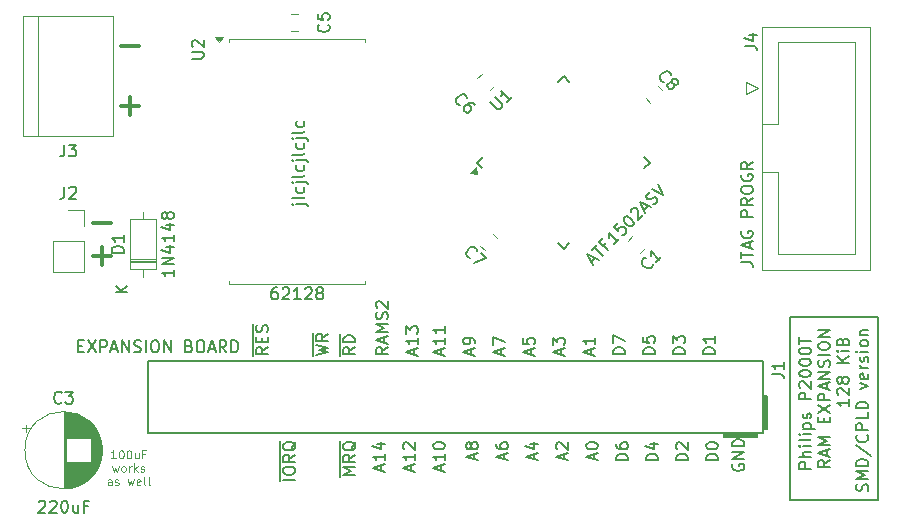
<source format=gbr>
%TF.GenerationSoftware,KiCad,Pcbnew,9.0.0*%
%TF.CreationDate,2025-03-29T21:15:17+01:00*%
%TF.ProjectId,p2000t-ram-expansion-board-128kb-smd-cpld,70323030-3074-42d7-9261-6d2d65787061,4*%
%TF.SameCoordinates,Original*%
%TF.FileFunction,Legend,Top*%
%TF.FilePolarity,Positive*%
%FSLAX46Y46*%
G04 Gerber Fmt 4.6, Leading zero omitted, Abs format (unit mm)*
G04 Created by KiCad (PCBNEW 9.0.0) date 2025-03-29 21:15:17*
%MOMM*%
%LPD*%
G01*
G04 APERTURE LIST*
%ADD10C,0.150000*%
%ADD11C,0.300000*%
%ADD12C,0.100000*%
%ADD13C,0.120000*%
G04 APERTURE END LIST*
D10*
X103250000Y-72500000D02*
X110750000Y-72500000D01*
X110750000Y-88000000D01*
X103250000Y-88000000D01*
X103250000Y-72500000D01*
X105039987Y-85301065D02*
X104039987Y-85301065D01*
X104039987Y-85301065D02*
X104039987Y-84920113D01*
X104039987Y-84920113D02*
X104087606Y-84824875D01*
X104087606Y-84824875D02*
X104135225Y-84777256D01*
X104135225Y-84777256D02*
X104230463Y-84729637D01*
X104230463Y-84729637D02*
X104373320Y-84729637D01*
X104373320Y-84729637D02*
X104468558Y-84777256D01*
X104468558Y-84777256D02*
X104516177Y-84824875D01*
X104516177Y-84824875D02*
X104563796Y-84920113D01*
X104563796Y-84920113D02*
X104563796Y-85301065D01*
X105039987Y-84301065D02*
X104039987Y-84301065D01*
X105039987Y-83872494D02*
X104516177Y-83872494D01*
X104516177Y-83872494D02*
X104420939Y-83920113D01*
X104420939Y-83920113D02*
X104373320Y-84015351D01*
X104373320Y-84015351D02*
X104373320Y-84158208D01*
X104373320Y-84158208D02*
X104420939Y-84253446D01*
X104420939Y-84253446D02*
X104468558Y-84301065D01*
X105039987Y-83396303D02*
X104373320Y-83396303D01*
X104039987Y-83396303D02*
X104087606Y-83443922D01*
X104087606Y-83443922D02*
X104135225Y-83396303D01*
X104135225Y-83396303D02*
X104087606Y-83348684D01*
X104087606Y-83348684D02*
X104039987Y-83396303D01*
X104039987Y-83396303D02*
X104135225Y-83396303D01*
X105039987Y-82777256D02*
X104992368Y-82872494D01*
X104992368Y-82872494D02*
X104897129Y-82920113D01*
X104897129Y-82920113D02*
X104039987Y-82920113D01*
X105039987Y-82396303D02*
X104373320Y-82396303D01*
X104039987Y-82396303D02*
X104087606Y-82443922D01*
X104087606Y-82443922D02*
X104135225Y-82396303D01*
X104135225Y-82396303D02*
X104087606Y-82348684D01*
X104087606Y-82348684D02*
X104039987Y-82396303D01*
X104039987Y-82396303D02*
X104135225Y-82396303D01*
X104373320Y-81920113D02*
X105373320Y-81920113D01*
X104420939Y-81920113D02*
X104373320Y-81824875D01*
X104373320Y-81824875D02*
X104373320Y-81634399D01*
X104373320Y-81634399D02*
X104420939Y-81539161D01*
X104420939Y-81539161D02*
X104468558Y-81491542D01*
X104468558Y-81491542D02*
X104563796Y-81443923D01*
X104563796Y-81443923D02*
X104849510Y-81443923D01*
X104849510Y-81443923D02*
X104944748Y-81491542D01*
X104944748Y-81491542D02*
X104992368Y-81539161D01*
X104992368Y-81539161D02*
X105039987Y-81634399D01*
X105039987Y-81634399D02*
X105039987Y-81824875D01*
X105039987Y-81824875D02*
X104992368Y-81920113D01*
X104992368Y-81062970D02*
X105039987Y-80967732D01*
X105039987Y-80967732D02*
X105039987Y-80777256D01*
X105039987Y-80777256D02*
X104992368Y-80682018D01*
X104992368Y-80682018D02*
X104897129Y-80634399D01*
X104897129Y-80634399D02*
X104849510Y-80634399D01*
X104849510Y-80634399D02*
X104754272Y-80682018D01*
X104754272Y-80682018D02*
X104706653Y-80777256D01*
X104706653Y-80777256D02*
X104706653Y-80920113D01*
X104706653Y-80920113D02*
X104659034Y-81015351D01*
X104659034Y-81015351D02*
X104563796Y-81062970D01*
X104563796Y-81062970D02*
X104516177Y-81062970D01*
X104516177Y-81062970D02*
X104420939Y-81015351D01*
X104420939Y-81015351D02*
X104373320Y-80920113D01*
X104373320Y-80920113D02*
X104373320Y-80777256D01*
X104373320Y-80777256D02*
X104420939Y-80682018D01*
X105039987Y-79443922D02*
X104039987Y-79443922D01*
X104039987Y-79443922D02*
X104039987Y-79062970D01*
X104039987Y-79062970D02*
X104087606Y-78967732D01*
X104087606Y-78967732D02*
X104135225Y-78920113D01*
X104135225Y-78920113D02*
X104230463Y-78872494D01*
X104230463Y-78872494D02*
X104373320Y-78872494D01*
X104373320Y-78872494D02*
X104468558Y-78920113D01*
X104468558Y-78920113D02*
X104516177Y-78967732D01*
X104516177Y-78967732D02*
X104563796Y-79062970D01*
X104563796Y-79062970D02*
X104563796Y-79443922D01*
X104135225Y-78491541D02*
X104087606Y-78443922D01*
X104087606Y-78443922D02*
X104039987Y-78348684D01*
X104039987Y-78348684D02*
X104039987Y-78110589D01*
X104039987Y-78110589D02*
X104087606Y-78015351D01*
X104087606Y-78015351D02*
X104135225Y-77967732D01*
X104135225Y-77967732D02*
X104230463Y-77920113D01*
X104230463Y-77920113D02*
X104325701Y-77920113D01*
X104325701Y-77920113D02*
X104468558Y-77967732D01*
X104468558Y-77967732D02*
X105039987Y-78539160D01*
X105039987Y-78539160D02*
X105039987Y-77920113D01*
X104039987Y-77301065D02*
X104039987Y-77205827D01*
X104039987Y-77205827D02*
X104087606Y-77110589D01*
X104087606Y-77110589D02*
X104135225Y-77062970D01*
X104135225Y-77062970D02*
X104230463Y-77015351D01*
X104230463Y-77015351D02*
X104420939Y-76967732D01*
X104420939Y-76967732D02*
X104659034Y-76967732D01*
X104659034Y-76967732D02*
X104849510Y-77015351D01*
X104849510Y-77015351D02*
X104944748Y-77062970D01*
X104944748Y-77062970D02*
X104992368Y-77110589D01*
X104992368Y-77110589D02*
X105039987Y-77205827D01*
X105039987Y-77205827D02*
X105039987Y-77301065D01*
X105039987Y-77301065D02*
X104992368Y-77396303D01*
X104992368Y-77396303D02*
X104944748Y-77443922D01*
X104944748Y-77443922D02*
X104849510Y-77491541D01*
X104849510Y-77491541D02*
X104659034Y-77539160D01*
X104659034Y-77539160D02*
X104420939Y-77539160D01*
X104420939Y-77539160D02*
X104230463Y-77491541D01*
X104230463Y-77491541D02*
X104135225Y-77443922D01*
X104135225Y-77443922D02*
X104087606Y-77396303D01*
X104087606Y-77396303D02*
X104039987Y-77301065D01*
X104039987Y-76348684D02*
X104039987Y-76253446D01*
X104039987Y-76253446D02*
X104087606Y-76158208D01*
X104087606Y-76158208D02*
X104135225Y-76110589D01*
X104135225Y-76110589D02*
X104230463Y-76062970D01*
X104230463Y-76062970D02*
X104420939Y-76015351D01*
X104420939Y-76015351D02*
X104659034Y-76015351D01*
X104659034Y-76015351D02*
X104849510Y-76062970D01*
X104849510Y-76062970D02*
X104944748Y-76110589D01*
X104944748Y-76110589D02*
X104992368Y-76158208D01*
X104992368Y-76158208D02*
X105039987Y-76253446D01*
X105039987Y-76253446D02*
X105039987Y-76348684D01*
X105039987Y-76348684D02*
X104992368Y-76443922D01*
X104992368Y-76443922D02*
X104944748Y-76491541D01*
X104944748Y-76491541D02*
X104849510Y-76539160D01*
X104849510Y-76539160D02*
X104659034Y-76586779D01*
X104659034Y-76586779D02*
X104420939Y-76586779D01*
X104420939Y-76586779D02*
X104230463Y-76539160D01*
X104230463Y-76539160D02*
X104135225Y-76491541D01*
X104135225Y-76491541D02*
X104087606Y-76443922D01*
X104087606Y-76443922D02*
X104039987Y-76348684D01*
X104039987Y-75396303D02*
X104039987Y-75301065D01*
X104039987Y-75301065D02*
X104087606Y-75205827D01*
X104087606Y-75205827D02*
X104135225Y-75158208D01*
X104135225Y-75158208D02*
X104230463Y-75110589D01*
X104230463Y-75110589D02*
X104420939Y-75062970D01*
X104420939Y-75062970D02*
X104659034Y-75062970D01*
X104659034Y-75062970D02*
X104849510Y-75110589D01*
X104849510Y-75110589D02*
X104944748Y-75158208D01*
X104944748Y-75158208D02*
X104992368Y-75205827D01*
X104992368Y-75205827D02*
X105039987Y-75301065D01*
X105039987Y-75301065D02*
X105039987Y-75396303D01*
X105039987Y-75396303D02*
X104992368Y-75491541D01*
X104992368Y-75491541D02*
X104944748Y-75539160D01*
X104944748Y-75539160D02*
X104849510Y-75586779D01*
X104849510Y-75586779D02*
X104659034Y-75634398D01*
X104659034Y-75634398D02*
X104420939Y-75634398D01*
X104420939Y-75634398D02*
X104230463Y-75586779D01*
X104230463Y-75586779D02*
X104135225Y-75539160D01*
X104135225Y-75539160D02*
X104087606Y-75491541D01*
X104087606Y-75491541D02*
X104039987Y-75396303D01*
X104039987Y-74777255D02*
X104039987Y-74205827D01*
X105039987Y-74491541D02*
X104039987Y-74491541D01*
X106649931Y-84586779D02*
X106173740Y-84920112D01*
X106649931Y-85158207D02*
X105649931Y-85158207D01*
X105649931Y-85158207D02*
X105649931Y-84777255D01*
X105649931Y-84777255D02*
X105697550Y-84682017D01*
X105697550Y-84682017D02*
X105745169Y-84634398D01*
X105745169Y-84634398D02*
X105840407Y-84586779D01*
X105840407Y-84586779D02*
X105983264Y-84586779D01*
X105983264Y-84586779D02*
X106078502Y-84634398D01*
X106078502Y-84634398D02*
X106126121Y-84682017D01*
X106126121Y-84682017D02*
X106173740Y-84777255D01*
X106173740Y-84777255D02*
X106173740Y-85158207D01*
X106364216Y-84205826D02*
X106364216Y-83729636D01*
X106649931Y-84301064D02*
X105649931Y-83967731D01*
X105649931Y-83967731D02*
X106649931Y-83634398D01*
X106649931Y-83301064D02*
X105649931Y-83301064D01*
X105649931Y-83301064D02*
X106364216Y-82967731D01*
X106364216Y-82967731D02*
X105649931Y-82634398D01*
X105649931Y-82634398D02*
X106649931Y-82634398D01*
X106126121Y-81396302D02*
X106126121Y-81062969D01*
X106649931Y-80920112D02*
X106649931Y-81396302D01*
X106649931Y-81396302D02*
X105649931Y-81396302D01*
X105649931Y-81396302D02*
X105649931Y-80920112D01*
X105649931Y-80586778D02*
X106649931Y-79920112D01*
X105649931Y-79920112D02*
X106649931Y-80586778D01*
X106649931Y-79539159D02*
X105649931Y-79539159D01*
X105649931Y-79539159D02*
X105649931Y-79158207D01*
X105649931Y-79158207D02*
X105697550Y-79062969D01*
X105697550Y-79062969D02*
X105745169Y-79015350D01*
X105745169Y-79015350D02*
X105840407Y-78967731D01*
X105840407Y-78967731D02*
X105983264Y-78967731D01*
X105983264Y-78967731D02*
X106078502Y-79015350D01*
X106078502Y-79015350D02*
X106126121Y-79062969D01*
X106126121Y-79062969D02*
X106173740Y-79158207D01*
X106173740Y-79158207D02*
X106173740Y-79539159D01*
X106364216Y-78586778D02*
X106364216Y-78110588D01*
X106649931Y-78682016D02*
X105649931Y-78348683D01*
X105649931Y-78348683D02*
X106649931Y-78015350D01*
X106649931Y-77682016D02*
X105649931Y-77682016D01*
X105649931Y-77682016D02*
X106649931Y-77110588D01*
X106649931Y-77110588D02*
X105649931Y-77110588D01*
X106602312Y-76682016D02*
X106649931Y-76539159D01*
X106649931Y-76539159D02*
X106649931Y-76301064D01*
X106649931Y-76301064D02*
X106602312Y-76205826D01*
X106602312Y-76205826D02*
X106554692Y-76158207D01*
X106554692Y-76158207D02*
X106459454Y-76110588D01*
X106459454Y-76110588D02*
X106364216Y-76110588D01*
X106364216Y-76110588D02*
X106268978Y-76158207D01*
X106268978Y-76158207D02*
X106221359Y-76205826D01*
X106221359Y-76205826D02*
X106173740Y-76301064D01*
X106173740Y-76301064D02*
X106126121Y-76491540D01*
X106126121Y-76491540D02*
X106078502Y-76586778D01*
X106078502Y-76586778D02*
X106030883Y-76634397D01*
X106030883Y-76634397D02*
X105935645Y-76682016D01*
X105935645Y-76682016D02*
X105840407Y-76682016D01*
X105840407Y-76682016D02*
X105745169Y-76634397D01*
X105745169Y-76634397D02*
X105697550Y-76586778D01*
X105697550Y-76586778D02*
X105649931Y-76491540D01*
X105649931Y-76491540D02*
X105649931Y-76253445D01*
X105649931Y-76253445D02*
X105697550Y-76110588D01*
X106649931Y-75682016D02*
X105649931Y-75682016D01*
X105649931Y-75015350D02*
X105649931Y-74824874D01*
X105649931Y-74824874D02*
X105697550Y-74729636D01*
X105697550Y-74729636D02*
X105792788Y-74634398D01*
X105792788Y-74634398D02*
X105983264Y-74586779D01*
X105983264Y-74586779D02*
X106316597Y-74586779D01*
X106316597Y-74586779D02*
X106507073Y-74634398D01*
X106507073Y-74634398D02*
X106602312Y-74729636D01*
X106602312Y-74729636D02*
X106649931Y-74824874D01*
X106649931Y-74824874D02*
X106649931Y-75015350D01*
X106649931Y-75015350D02*
X106602312Y-75110588D01*
X106602312Y-75110588D02*
X106507073Y-75205826D01*
X106507073Y-75205826D02*
X106316597Y-75253445D01*
X106316597Y-75253445D02*
X105983264Y-75253445D01*
X105983264Y-75253445D02*
X105792788Y-75205826D01*
X105792788Y-75205826D02*
X105697550Y-75110588D01*
X105697550Y-75110588D02*
X105649931Y-75015350D01*
X106649931Y-74158207D02*
X105649931Y-74158207D01*
X105649931Y-74158207D02*
X106649931Y-73586779D01*
X106649931Y-73586779D02*
X105649931Y-73586779D01*
X108259875Y-79443922D02*
X108259875Y-80015350D01*
X108259875Y-79729636D02*
X107259875Y-79729636D01*
X107259875Y-79729636D02*
X107402732Y-79824874D01*
X107402732Y-79824874D02*
X107497970Y-79920112D01*
X107497970Y-79920112D02*
X107545589Y-80015350D01*
X107355113Y-79062969D02*
X107307494Y-79015350D01*
X107307494Y-79015350D02*
X107259875Y-78920112D01*
X107259875Y-78920112D02*
X107259875Y-78682017D01*
X107259875Y-78682017D02*
X107307494Y-78586779D01*
X107307494Y-78586779D02*
X107355113Y-78539160D01*
X107355113Y-78539160D02*
X107450351Y-78491541D01*
X107450351Y-78491541D02*
X107545589Y-78491541D01*
X107545589Y-78491541D02*
X107688446Y-78539160D01*
X107688446Y-78539160D02*
X108259875Y-79110588D01*
X108259875Y-79110588D02*
X108259875Y-78491541D01*
X107688446Y-77920112D02*
X107640827Y-78015350D01*
X107640827Y-78015350D02*
X107593208Y-78062969D01*
X107593208Y-78062969D02*
X107497970Y-78110588D01*
X107497970Y-78110588D02*
X107450351Y-78110588D01*
X107450351Y-78110588D02*
X107355113Y-78062969D01*
X107355113Y-78062969D02*
X107307494Y-78015350D01*
X107307494Y-78015350D02*
X107259875Y-77920112D01*
X107259875Y-77920112D02*
X107259875Y-77729636D01*
X107259875Y-77729636D02*
X107307494Y-77634398D01*
X107307494Y-77634398D02*
X107355113Y-77586779D01*
X107355113Y-77586779D02*
X107450351Y-77539160D01*
X107450351Y-77539160D02*
X107497970Y-77539160D01*
X107497970Y-77539160D02*
X107593208Y-77586779D01*
X107593208Y-77586779D02*
X107640827Y-77634398D01*
X107640827Y-77634398D02*
X107688446Y-77729636D01*
X107688446Y-77729636D02*
X107688446Y-77920112D01*
X107688446Y-77920112D02*
X107736065Y-78015350D01*
X107736065Y-78015350D02*
X107783684Y-78062969D01*
X107783684Y-78062969D02*
X107878922Y-78110588D01*
X107878922Y-78110588D02*
X108069398Y-78110588D01*
X108069398Y-78110588D02*
X108164636Y-78062969D01*
X108164636Y-78062969D02*
X108212256Y-78015350D01*
X108212256Y-78015350D02*
X108259875Y-77920112D01*
X108259875Y-77920112D02*
X108259875Y-77729636D01*
X108259875Y-77729636D02*
X108212256Y-77634398D01*
X108212256Y-77634398D02*
X108164636Y-77586779D01*
X108164636Y-77586779D02*
X108069398Y-77539160D01*
X108069398Y-77539160D02*
X107878922Y-77539160D01*
X107878922Y-77539160D02*
X107783684Y-77586779D01*
X107783684Y-77586779D02*
X107736065Y-77634398D01*
X107736065Y-77634398D02*
X107688446Y-77729636D01*
X108259875Y-76348683D02*
X107259875Y-76348683D01*
X108259875Y-75777255D02*
X107688446Y-76205826D01*
X107259875Y-75777255D02*
X107831303Y-76348683D01*
X108259875Y-75348683D02*
X107593208Y-75348683D01*
X107259875Y-75348683D02*
X107307494Y-75396302D01*
X107307494Y-75396302D02*
X107355113Y-75348683D01*
X107355113Y-75348683D02*
X107307494Y-75301064D01*
X107307494Y-75301064D02*
X107259875Y-75348683D01*
X107259875Y-75348683D02*
X107355113Y-75348683D01*
X107736065Y-74539160D02*
X107783684Y-74396303D01*
X107783684Y-74396303D02*
X107831303Y-74348684D01*
X107831303Y-74348684D02*
X107926541Y-74301065D01*
X107926541Y-74301065D02*
X108069398Y-74301065D01*
X108069398Y-74301065D02*
X108164636Y-74348684D01*
X108164636Y-74348684D02*
X108212256Y-74396303D01*
X108212256Y-74396303D02*
X108259875Y-74491541D01*
X108259875Y-74491541D02*
X108259875Y-74872493D01*
X108259875Y-74872493D02*
X107259875Y-74872493D01*
X107259875Y-74872493D02*
X107259875Y-74539160D01*
X107259875Y-74539160D02*
X107307494Y-74443922D01*
X107307494Y-74443922D02*
X107355113Y-74396303D01*
X107355113Y-74396303D02*
X107450351Y-74348684D01*
X107450351Y-74348684D02*
X107545589Y-74348684D01*
X107545589Y-74348684D02*
X107640827Y-74396303D01*
X107640827Y-74396303D02*
X107688446Y-74443922D01*
X107688446Y-74443922D02*
X107736065Y-74539160D01*
X107736065Y-74539160D02*
X107736065Y-74872493D01*
X109822200Y-87205827D02*
X109869819Y-87062970D01*
X109869819Y-87062970D02*
X109869819Y-86824875D01*
X109869819Y-86824875D02*
X109822200Y-86729637D01*
X109822200Y-86729637D02*
X109774580Y-86682018D01*
X109774580Y-86682018D02*
X109679342Y-86634399D01*
X109679342Y-86634399D02*
X109584104Y-86634399D01*
X109584104Y-86634399D02*
X109488866Y-86682018D01*
X109488866Y-86682018D02*
X109441247Y-86729637D01*
X109441247Y-86729637D02*
X109393628Y-86824875D01*
X109393628Y-86824875D02*
X109346009Y-87015351D01*
X109346009Y-87015351D02*
X109298390Y-87110589D01*
X109298390Y-87110589D02*
X109250771Y-87158208D01*
X109250771Y-87158208D02*
X109155533Y-87205827D01*
X109155533Y-87205827D02*
X109060295Y-87205827D01*
X109060295Y-87205827D02*
X108965057Y-87158208D01*
X108965057Y-87158208D02*
X108917438Y-87110589D01*
X108917438Y-87110589D02*
X108869819Y-87015351D01*
X108869819Y-87015351D02*
X108869819Y-86777256D01*
X108869819Y-86777256D02*
X108917438Y-86634399D01*
X109869819Y-86205827D02*
X108869819Y-86205827D01*
X108869819Y-86205827D02*
X109584104Y-85872494D01*
X109584104Y-85872494D02*
X108869819Y-85539161D01*
X108869819Y-85539161D02*
X109869819Y-85539161D01*
X109869819Y-85062970D02*
X108869819Y-85062970D01*
X108869819Y-85062970D02*
X108869819Y-84824875D01*
X108869819Y-84824875D02*
X108917438Y-84682018D01*
X108917438Y-84682018D02*
X109012676Y-84586780D01*
X109012676Y-84586780D02*
X109107914Y-84539161D01*
X109107914Y-84539161D02*
X109298390Y-84491542D01*
X109298390Y-84491542D02*
X109441247Y-84491542D01*
X109441247Y-84491542D02*
X109631723Y-84539161D01*
X109631723Y-84539161D02*
X109726961Y-84586780D01*
X109726961Y-84586780D02*
X109822200Y-84682018D01*
X109822200Y-84682018D02*
X109869819Y-84824875D01*
X109869819Y-84824875D02*
X109869819Y-85062970D01*
X108822200Y-83348685D02*
X110107914Y-84205827D01*
X109774580Y-82443923D02*
X109822200Y-82491542D01*
X109822200Y-82491542D02*
X109869819Y-82634399D01*
X109869819Y-82634399D02*
X109869819Y-82729637D01*
X109869819Y-82729637D02*
X109822200Y-82872494D01*
X109822200Y-82872494D02*
X109726961Y-82967732D01*
X109726961Y-82967732D02*
X109631723Y-83015351D01*
X109631723Y-83015351D02*
X109441247Y-83062970D01*
X109441247Y-83062970D02*
X109298390Y-83062970D01*
X109298390Y-83062970D02*
X109107914Y-83015351D01*
X109107914Y-83015351D02*
X109012676Y-82967732D01*
X109012676Y-82967732D02*
X108917438Y-82872494D01*
X108917438Y-82872494D02*
X108869819Y-82729637D01*
X108869819Y-82729637D02*
X108869819Y-82634399D01*
X108869819Y-82634399D02*
X108917438Y-82491542D01*
X108917438Y-82491542D02*
X108965057Y-82443923D01*
X109869819Y-82015351D02*
X108869819Y-82015351D01*
X108869819Y-82015351D02*
X108869819Y-81634399D01*
X108869819Y-81634399D02*
X108917438Y-81539161D01*
X108917438Y-81539161D02*
X108965057Y-81491542D01*
X108965057Y-81491542D02*
X109060295Y-81443923D01*
X109060295Y-81443923D02*
X109203152Y-81443923D01*
X109203152Y-81443923D02*
X109298390Y-81491542D01*
X109298390Y-81491542D02*
X109346009Y-81539161D01*
X109346009Y-81539161D02*
X109393628Y-81634399D01*
X109393628Y-81634399D02*
X109393628Y-82015351D01*
X109869819Y-80539161D02*
X109869819Y-81015351D01*
X109869819Y-81015351D02*
X108869819Y-81015351D01*
X109869819Y-80205827D02*
X108869819Y-80205827D01*
X108869819Y-80205827D02*
X108869819Y-79967732D01*
X108869819Y-79967732D02*
X108917438Y-79824875D01*
X108917438Y-79824875D02*
X109012676Y-79729637D01*
X109012676Y-79729637D02*
X109107914Y-79682018D01*
X109107914Y-79682018D02*
X109298390Y-79634399D01*
X109298390Y-79634399D02*
X109441247Y-79634399D01*
X109441247Y-79634399D02*
X109631723Y-79682018D01*
X109631723Y-79682018D02*
X109726961Y-79729637D01*
X109726961Y-79729637D02*
X109822200Y-79824875D01*
X109822200Y-79824875D02*
X109869819Y-79967732D01*
X109869819Y-79967732D02*
X109869819Y-80205827D01*
X109203152Y-78539160D02*
X109869819Y-78301065D01*
X109869819Y-78301065D02*
X109203152Y-78062970D01*
X109822200Y-77301065D02*
X109869819Y-77396303D01*
X109869819Y-77396303D02*
X109869819Y-77586779D01*
X109869819Y-77586779D02*
X109822200Y-77682017D01*
X109822200Y-77682017D02*
X109726961Y-77729636D01*
X109726961Y-77729636D02*
X109346009Y-77729636D01*
X109346009Y-77729636D02*
X109250771Y-77682017D01*
X109250771Y-77682017D02*
X109203152Y-77586779D01*
X109203152Y-77586779D02*
X109203152Y-77396303D01*
X109203152Y-77396303D02*
X109250771Y-77301065D01*
X109250771Y-77301065D02*
X109346009Y-77253446D01*
X109346009Y-77253446D02*
X109441247Y-77253446D01*
X109441247Y-77253446D02*
X109536485Y-77729636D01*
X109869819Y-76824874D02*
X109203152Y-76824874D01*
X109393628Y-76824874D02*
X109298390Y-76777255D01*
X109298390Y-76777255D02*
X109250771Y-76729636D01*
X109250771Y-76729636D02*
X109203152Y-76634398D01*
X109203152Y-76634398D02*
X109203152Y-76539160D01*
X109822200Y-76253445D02*
X109869819Y-76158207D01*
X109869819Y-76158207D02*
X109869819Y-75967731D01*
X109869819Y-75967731D02*
X109822200Y-75872493D01*
X109822200Y-75872493D02*
X109726961Y-75824874D01*
X109726961Y-75824874D02*
X109679342Y-75824874D01*
X109679342Y-75824874D02*
X109584104Y-75872493D01*
X109584104Y-75872493D02*
X109536485Y-75967731D01*
X109536485Y-75967731D02*
X109536485Y-76110588D01*
X109536485Y-76110588D02*
X109488866Y-76205826D01*
X109488866Y-76205826D02*
X109393628Y-76253445D01*
X109393628Y-76253445D02*
X109346009Y-76253445D01*
X109346009Y-76253445D02*
X109250771Y-76205826D01*
X109250771Y-76205826D02*
X109203152Y-76110588D01*
X109203152Y-76110588D02*
X109203152Y-75967731D01*
X109203152Y-75967731D02*
X109250771Y-75872493D01*
X109869819Y-75396302D02*
X109203152Y-75396302D01*
X108869819Y-75396302D02*
X108917438Y-75443921D01*
X108917438Y-75443921D02*
X108965057Y-75396302D01*
X108965057Y-75396302D02*
X108917438Y-75348683D01*
X108917438Y-75348683D02*
X108869819Y-75396302D01*
X108869819Y-75396302D02*
X108965057Y-75396302D01*
X109869819Y-74777255D02*
X109822200Y-74872493D01*
X109822200Y-74872493D02*
X109774580Y-74920112D01*
X109774580Y-74920112D02*
X109679342Y-74967731D01*
X109679342Y-74967731D02*
X109393628Y-74967731D01*
X109393628Y-74967731D02*
X109298390Y-74920112D01*
X109298390Y-74920112D02*
X109250771Y-74872493D01*
X109250771Y-74872493D02*
X109203152Y-74777255D01*
X109203152Y-74777255D02*
X109203152Y-74634398D01*
X109203152Y-74634398D02*
X109250771Y-74539160D01*
X109250771Y-74539160D02*
X109298390Y-74491541D01*
X109298390Y-74491541D02*
X109393628Y-74443922D01*
X109393628Y-74443922D02*
X109679342Y-74443922D01*
X109679342Y-74443922D02*
X109774580Y-74491541D01*
X109774580Y-74491541D02*
X109822200Y-74539160D01*
X109822200Y-74539160D02*
X109869819Y-74634398D01*
X109869819Y-74634398D02*
X109869819Y-74777255D01*
X109203152Y-74015350D02*
X109869819Y-74015350D01*
X109298390Y-74015350D02*
X109250771Y-73967731D01*
X109250771Y-73967731D02*
X109203152Y-73872493D01*
X109203152Y-73872493D02*
X109203152Y-73729636D01*
X109203152Y-73729636D02*
X109250771Y-73634398D01*
X109250771Y-73634398D02*
X109346009Y-73586779D01*
X109346009Y-73586779D02*
X109869819Y-73586779D01*
X61453152Y-62913220D02*
X62310295Y-62913220D01*
X62310295Y-62913220D02*
X62405533Y-62960839D01*
X62405533Y-62960839D02*
X62453152Y-63056077D01*
X62453152Y-63056077D02*
X62453152Y-63103696D01*
X61119819Y-62913220D02*
X61167438Y-62960839D01*
X61167438Y-62960839D02*
X61215057Y-62913220D01*
X61215057Y-62913220D02*
X61167438Y-62865601D01*
X61167438Y-62865601D02*
X61119819Y-62913220D01*
X61119819Y-62913220D02*
X61215057Y-62913220D01*
X62119819Y-62294173D02*
X62072200Y-62389411D01*
X62072200Y-62389411D02*
X61976961Y-62437030D01*
X61976961Y-62437030D02*
X61119819Y-62437030D01*
X62072200Y-61484649D02*
X62119819Y-61579887D01*
X62119819Y-61579887D02*
X62119819Y-61770363D01*
X62119819Y-61770363D02*
X62072200Y-61865601D01*
X62072200Y-61865601D02*
X62024580Y-61913220D01*
X62024580Y-61913220D02*
X61929342Y-61960839D01*
X61929342Y-61960839D02*
X61643628Y-61960839D01*
X61643628Y-61960839D02*
X61548390Y-61913220D01*
X61548390Y-61913220D02*
X61500771Y-61865601D01*
X61500771Y-61865601D02*
X61453152Y-61770363D01*
X61453152Y-61770363D02*
X61453152Y-61579887D01*
X61453152Y-61579887D02*
X61500771Y-61484649D01*
X61453152Y-61056077D02*
X62310295Y-61056077D01*
X62310295Y-61056077D02*
X62405533Y-61103696D01*
X62405533Y-61103696D02*
X62453152Y-61198934D01*
X62453152Y-61198934D02*
X62453152Y-61246553D01*
X61119819Y-61056077D02*
X61167438Y-61103696D01*
X61167438Y-61103696D02*
X61215057Y-61056077D01*
X61215057Y-61056077D02*
X61167438Y-61008458D01*
X61167438Y-61008458D02*
X61119819Y-61056077D01*
X61119819Y-61056077D02*
X61215057Y-61056077D01*
X62119819Y-60437030D02*
X62072200Y-60532268D01*
X62072200Y-60532268D02*
X61976961Y-60579887D01*
X61976961Y-60579887D02*
X61119819Y-60579887D01*
X62072200Y-59627506D02*
X62119819Y-59722744D01*
X62119819Y-59722744D02*
X62119819Y-59913220D01*
X62119819Y-59913220D02*
X62072200Y-60008458D01*
X62072200Y-60008458D02*
X62024580Y-60056077D01*
X62024580Y-60056077D02*
X61929342Y-60103696D01*
X61929342Y-60103696D02*
X61643628Y-60103696D01*
X61643628Y-60103696D02*
X61548390Y-60056077D01*
X61548390Y-60056077D02*
X61500771Y-60008458D01*
X61500771Y-60008458D02*
X61453152Y-59913220D01*
X61453152Y-59913220D02*
X61453152Y-59722744D01*
X61453152Y-59722744D02*
X61500771Y-59627506D01*
X61453152Y-59198934D02*
X62310295Y-59198934D01*
X62310295Y-59198934D02*
X62405533Y-59246553D01*
X62405533Y-59246553D02*
X62453152Y-59341791D01*
X62453152Y-59341791D02*
X62453152Y-59389410D01*
X61119819Y-59198934D02*
X61167438Y-59246553D01*
X61167438Y-59246553D02*
X61215057Y-59198934D01*
X61215057Y-59198934D02*
X61167438Y-59151315D01*
X61167438Y-59151315D02*
X61119819Y-59198934D01*
X61119819Y-59198934D02*
X61215057Y-59198934D01*
X62119819Y-58579887D02*
X62072200Y-58675125D01*
X62072200Y-58675125D02*
X61976961Y-58722744D01*
X61976961Y-58722744D02*
X61119819Y-58722744D01*
X62072200Y-57770363D02*
X62119819Y-57865601D01*
X62119819Y-57865601D02*
X62119819Y-58056077D01*
X62119819Y-58056077D02*
X62072200Y-58151315D01*
X62072200Y-58151315D02*
X62024580Y-58198934D01*
X62024580Y-58198934D02*
X61929342Y-58246553D01*
X61929342Y-58246553D02*
X61643628Y-58246553D01*
X61643628Y-58246553D02*
X61548390Y-58198934D01*
X61548390Y-58198934D02*
X61500771Y-58151315D01*
X61500771Y-58151315D02*
X61453152Y-58056077D01*
X61453152Y-58056077D02*
X61453152Y-57865601D01*
X61453152Y-57865601D02*
X61500771Y-57770363D01*
X61453152Y-57341791D02*
X62310295Y-57341791D01*
X62310295Y-57341791D02*
X62405533Y-57389410D01*
X62405533Y-57389410D02*
X62453152Y-57484648D01*
X62453152Y-57484648D02*
X62453152Y-57532267D01*
X61119819Y-57341791D02*
X61167438Y-57389410D01*
X61167438Y-57389410D02*
X61215057Y-57341791D01*
X61215057Y-57341791D02*
X61167438Y-57294172D01*
X61167438Y-57294172D02*
X61119819Y-57341791D01*
X61119819Y-57341791D02*
X61215057Y-57341791D01*
X62119819Y-56722744D02*
X62072200Y-56817982D01*
X62072200Y-56817982D02*
X61976961Y-56865601D01*
X61976961Y-56865601D02*
X61119819Y-56865601D01*
X62072200Y-55913220D02*
X62119819Y-56008458D01*
X62119819Y-56008458D02*
X62119819Y-56198934D01*
X62119819Y-56198934D02*
X62072200Y-56294172D01*
X62072200Y-56294172D02*
X62024580Y-56341791D01*
X62024580Y-56341791D02*
X61929342Y-56389410D01*
X61929342Y-56389410D02*
X61643628Y-56389410D01*
X61643628Y-56389410D02*
X61548390Y-56341791D01*
X61548390Y-56341791D02*
X61500771Y-56294172D01*
X61500771Y-56294172D02*
X61453152Y-56198934D01*
X61453152Y-56198934D02*
X61453152Y-56008458D01*
X61453152Y-56008458D02*
X61500771Y-55913220D01*
X99119819Y-67837506D02*
X99834104Y-67837506D01*
X99834104Y-67837506D02*
X99976961Y-67885125D01*
X99976961Y-67885125D02*
X100072200Y-67980363D01*
X100072200Y-67980363D02*
X100119819Y-68123220D01*
X100119819Y-68123220D02*
X100119819Y-68218458D01*
X99119819Y-67504172D02*
X99119819Y-66932744D01*
X100119819Y-67218458D02*
X99119819Y-67218458D01*
X99834104Y-66647029D02*
X99834104Y-66170839D01*
X100119819Y-66742267D02*
X99119819Y-66408934D01*
X99119819Y-66408934D02*
X100119819Y-66075601D01*
X99167438Y-65218458D02*
X99119819Y-65313696D01*
X99119819Y-65313696D02*
X99119819Y-65456553D01*
X99119819Y-65456553D02*
X99167438Y-65599410D01*
X99167438Y-65599410D02*
X99262676Y-65694648D01*
X99262676Y-65694648D02*
X99357914Y-65742267D01*
X99357914Y-65742267D02*
X99548390Y-65789886D01*
X99548390Y-65789886D02*
X99691247Y-65789886D01*
X99691247Y-65789886D02*
X99881723Y-65742267D01*
X99881723Y-65742267D02*
X99976961Y-65694648D01*
X99976961Y-65694648D02*
X100072200Y-65599410D01*
X100072200Y-65599410D02*
X100119819Y-65456553D01*
X100119819Y-65456553D02*
X100119819Y-65361315D01*
X100119819Y-65361315D02*
X100072200Y-65218458D01*
X100072200Y-65218458D02*
X100024580Y-65170839D01*
X100024580Y-65170839D02*
X99691247Y-65170839D01*
X99691247Y-65170839D02*
X99691247Y-65361315D01*
X100119819Y-63980362D02*
X99119819Y-63980362D01*
X99119819Y-63980362D02*
X99119819Y-63599410D01*
X99119819Y-63599410D02*
X99167438Y-63504172D01*
X99167438Y-63504172D02*
X99215057Y-63456553D01*
X99215057Y-63456553D02*
X99310295Y-63408934D01*
X99310295Y-63408934D02*
X99453152Y-63408934D01*
X99453152Y-63408934D02*
X99548390Y-63456553D01*
X99548390Y-63456553D02*
X99596009Y-63504172D01*
X99596009Y-63504172D02*
X99643628Y-63599410D01*
X99643628Y-63599410D02*
X99643628Y-63980362D01*
X100119819Y-62408934D02*
X99643628Y-62742267D01*
X100119819Y-62980362D02*
X99119819Y-62980362D01*
X99119819Y-62980362D02*
X99119819Y-62599410D01*
X99119819Y-62599410D02*
X99167438Y-62504172D01*
X99167438Y-62504172D02*
X99215057Y-62456553D01*
X99215057Y-62456553D02*
X99310295Y-62408934D01*
X99310295Y-62408934D02*
X99453152Y-62408934D01*
X99453152Y-62408934D02*
X99548390Y-62456553D01*
X99548390Y-62456553D02*
X99596009Y-62504172D01*
X99596009Y-62504172D02*
X99643628Y-62599410D01*
X99643628Y-62599410D02*
X99643628Y-62980362D01*
X99119819Y-61789886D02*
X99119819Y-61599410D01*
X99119819Y-61599410D02*
X99167438Y-61504172D01*
X99167438Y-61504172D02*
X99262676Y-61408934D01*
X99262676Y-61408934D02*
X99453152Y-61361315D01*
X99453152Y-61361315D02*
X99786485Y-61361315D01*
X99786485Y-61361315D02*
X99976961Y-61408934D01*
X99976961Y-61408934D02*
X100072200Y-61504172D01*
X100072200Y-61504172D02*
X100119819Y-61599410D01*
X100119819Y-61599410D02*
X100119819Y-61789886D01*
X100119819Y-61789886D02*
X100072200Y-61885124D01*
X100072200Y-61885124D02*
X99976961Y-61980362D01*
X99976961Y-61980362D02*
X99786485Y-62027981D01*
X99786485Y-62027981D02*
X99453152Y-62027981D01*
X99453152Y-62027981D02*
X99262676Y-61980362D01*
X99262676Y-61980362D02*
X99167438Y-61885124D01*
X99167438Y-61885124D02*
X99119819Y-61789886D01*
X99167438Y-60408934D02*
X99119819Y-60504172D01*
X99119819Y-60504172D02*
X99119819Y-60647029D01*
X99119819Y-60647029D02*
X99167438Y-60789886D01*
X99167438Y-60789886D02*
X99262676Y-60885124D01*
X99262676Y-60885124D02*
X99357914Y-60932743D01*
X99357914Y-60932743D02*
X99548390Y-60980362D01*
X99548390Y-60980362D02*
X99691247Y-60980362D01*
X99691247Y-60980362D02*
X99881723Y-60932743D01*
X99881723Y-60932743D02*
X99976961Y-60885124D01*
X99976961Y-60885124D02*
X100072200Y-60789886D01*
X100072200Y-60789886D02*
X100119819Y-60647029D01*
X100119819Y-60647029D02*
X100119819Y-60551791D01*
X100119819Y-60551791D02*
X100072200Y-60408934D01*
X100072200Y-60408934D02*
X100024580Y-60361315D01*
X100024580Y-60361315D02*
X99691247Y-60361315D01*
X99691247Y-60361315D02*
X99691247Y-60551791D01*
X100119819Y-59361315D02*
X99643628Y-59694648D01*
X100119819Y-59932743D02*
X99119819Y-59932743D01*
X99119819Y-59932743D02*
X99119819Y-59551791D01*
X99119819Y-59551791D02*
X99167438Y-59456553D01*
X99167438Y-59456553D02*
X99215057Y-59408934D01*
X99215057Y-59408934D02*
X99310295Y-59361315D01*
X99310295Y-59361315D02*
X99453152Y-59361315D01*
X99453152Y-59361315D02*
X99548390Y-59408934D01*
X99548390Y-59408934D02*
X99596009Y-59456553D01*
X99596009Y-59456553D02*
X99643628Y-59551791D01*
X99643628Y-59551791D02*
X99643628Y-59932743D01*
X97663000Y-82397600D02*
X100457000Y-82397600D01*
X100457000Y-82651600D01*
X97663000Y-82651600D01*
X97663000Y-82397600D01*
G36*
X97663000Y-82397600D02*
G01*
X100457000Y-82397600D01*
X100457000Y-82651600D01*
X97663000Y-82651600D01*
X97663000Y-82397600D01*
G37*
X101092000Y-79171800D02*
X101346000Y-79171800D01*
X101346000Y-81965800D01*
X101092000Y-81965800D01*
X101092000Y-79171800D01*
G36*
X101092000Y-79171800D02*
G01*
X101346000Y-79171800D01*
X101346000Y-81965800D01*
X101092000Y-81965800D01*
X101092000Y-79171800D01*
G37*
X48938000Y-76200000D02*
X101008000Y-76200000D01*
X101008000Y-82296000D01*
X48938000Y-82296000D01*
X48938000Y-76200000D01*
X66410819Y-75037792D02*
X65934628Y-75371125D01*
X66410819Y-75609220D02*
X65410819Y-75609220D01*
X65410819Y-75609220D02*
X65410819Y-75228268D01*
X65410819Y-75228268D02*
X65458438Y-75133030D01*
X65458438Y-75133030D02*
X65506057Y-75085411D01*
X65506057Y-75085411D02*
X65601295Y-75037792D01*
X65601295Y-75037792D02*
X65744152Y-75037792D01*
X65744152Y-75037792D02*
X65839390Y-75085411D01*
X65839390Y-75085411D02*
X65887009Y-75133030D01*
X65887009Y-75133030D02*
X65934628Y-75228268D01*
X65934628Y-75228268D02*
X65934628Y-75609220D01*
X66410819Y-74609220D02*
X65410819Y-74609220D01*
X65410819Y-74609220D02*
X65410819Y-74371125D01*
X65410819Y-74371125D02*
X65458438Y-74228268D01*
X65458438Y-74228268D02*
X65553676Y-74133030D01*
X65553676Y-74133030D02*
X65648914Y-74085411D01*
X65648914Y-74085411D02*
X65839390Y-74037792D01*
X65839390Y-74037792D02*
X65982247Y-74037792D01*
X65982247Y-74037792D02*
X66172723Y-74085411D01*
X66172723Y-74085411D02*
X66267961Y-74133030D01*
X66267961Y-74133030D02*
X66363200Y-74228268D01*
X66363200Y-74228268D02*
X66410819Y-74371125D01*
X66410819Y-74371125D02*
X66410819Y-74609220D01*
X65133200Y-75747316D02*
X65133200Y-73947316D01*
X63124819Y-75704458D02*
X64124819Y-75466363D01*
X64124819Y-75466363D02*
X63410533Y-75275887D01*
X63410533Y-75275887D02*
X64124819Y-75085411D01*
X64124819Y-75085411D02*
X63124819Y-74847316D01*
X64124819Y-73894935D02*
X63648628Y-74228268D01*
X64124819Y-74466363D02*
X63124819Y-74466363D01*
X63124819Y-74466363D02*
X63124819Y-74085411D01*
X63124819Y-74085411D02*
X63172438Y-73990173D01*
X63172438Y-73990173D02*
X63220057Y-73942554D01*
X63220057Y-73942554D02*
X63315295Y-73894935D01*
X63315295Y-73894935D02*
X63458152Y-73894935D01*
X63458152Y-73894935D02*
X63553390Y-73942554D01*
X63553390Y-73942554D02*
X63601009Y-73990173D01*
X63601009Y-73990173D02*
X63648628Y-74085411D01*
X63648628Y-74085411D02*
X63648628Y-74466363D01*
X62847200Y-75747316D02*
X62847200Y-73804459D01*
X79079104Y-84521731D02*
X79079104Y-84045541D01*
X79364819Y-84616969D02*
X78364819Y-84283636D01*
X78364819Y-84283636D02*
X79364819Y-83950303D01*
X78364819Y-83188398D02*
X78364819Y-83378874D01*
X78364819Y-83378874D02*
X78412438Y-83474112D01*
X78412438Y-83474112D02*
X78460057Y-83521731D01*
X78460057Y-83521731D02*
X78602914Y-83616969D01*
X78602914Y-83616969D02*
X78793390Y-83664588D01*
X78793390Y-83664588D02*
X79174342Y-83664588D01*
X79174342Y-83664588D02*
X79269580Y-83616969D01*
X79269580Y-83616969D02*
X79317200Y-83569350D01*
X79317200Y-83569350D02*
X79364819Y-83474112D01*
X79364819Y-83474112D02*
X79364819Y-83283636D01*
X79364819Y-83283636D02*
X79317200Y-83188398D01*
X79317200Y-83188398D02*
X79269580Y-83140779D01*
X79269580Y-83140779D02*
X79174342Y-83093160D01*
X79174342Y-83093160D02*
X78936247Y-83093160D01*
X78936247Y-83093160D02*
X78841009Y-83140779D01*
X78841009Y-83140779D02*
X78793390Y-83188398D01*
X78793390Y-83188398D02*
X78745771Y-83283636D01*
X78745771Y-83283636D02*
X78745771Y-83474112D01*
X78745771Y-83474112D02*
X78793390Y-83569350D01*
X78793390Y-83569350D02*
X78841009Y-83616969D01*
X78841009Y-83616969D02*
X78936247Y-83664588D01*
X73745104Y-75656839D02*
X73745104Y-75180649D01*
X74030819Y-75752077D02*
X73030819Y-75418744D01*
X73030819Y-75418744D02*
X74030819Y-75085411D01*
X74030819Y-74228268D02*
X74030819Y-74799696D01*
X74030819Y-74513982D02*
X73030819Y-74513982D01*
X73030819Y-74513982D02*
X73173676Y-74609220D01*
X73173676Y-74609220D02*
X73268914Y-74704458D01*
X73268914Y-74704458D02*
X73316533Y-74799696D01*
X74030819Y-73275887D02*
X74030819Y-73847315D01*
X74030819Y-73561601D02*
X73030819Y-73561601D01*
X73030819Y-73561601D02*
X73173676Y-73656839D01*
X73173676Y-73656839D02*
X73268914Y-73752077D01*
X73268914Y-73752077D02*
X73316533Y-73847315D01*
X61330819Y-86236016D02*
X60330819Y-86236016D01*
X60330819Y-85569350D02*
X60330819Y-85378874D01*
X60330819Y-85378874D02*
X60378438Y-85283636D01*
X60378438Y-85283636D02*
X60473676Y-85188398D01*
X60473676Y-85188398D02*
X60664152Y-85140779D01*
X60664152Y-85140779D02*
X60997485Y-85140779D01*
X60997485Y-85140779D02*
X61187961Y-85188398D01*
X61187961Y-85188398D02*
X61283200Y-85283636D01*
X61283200Y-85283636D02*
X61330819Y-85378874D01*
X61330819Y-85378874D02*
X61330819Y-85569350D01*
X61330819Y-85569350D02*
X61283200Y-85664588D01*
X61283200Y-85664588D02*
X61187961Y-85759826D01*
X61187961Y-85759826D02*
X60997485Y-85807445D01*
X60997485Y-85807445D02*
X60664152Y-85807445D01*
X60664152Y-85807445D02*
X60473676Y-85759826D01*
X60473676Y-85759826D02*
X60378438Y-85664588D01*
X60378438Y-85664588D02*
X60330819Y-85569350D01*
X61330819Y-84140779D02*
X60854628Y-84474112D01*
X61330819Y-84712207D02*
X60330819Y-84712207D01*
X60330819Y-84712207D02*
X60330819Y-84331255D01*
X60330819Y-84331255D02*
X60378438Y-84236017D01*
X60378438Y-84236017D02*
X60426057Y-84188398D01*
X60426057Y-84188398D02*
X60521295Y-84140779D01*
X60521295Y-84140779D02*
X60664152Y-84140779D01*
X60664152Y-84140779D02*
X60759390Y-84188398D01*
X60759390Y-84188398D02*
X60807009Y-84236017D01*
X60807009Y-84236017D02*
X60854628Y-84331255D01*
X60854628Y-84331255D02*
X60854628Y-84712207D01*
X61426057Y-83045541D02*
X61378438Y-83140779D01*
X61378438Y-83140779D02*
X61283200Y-83236017D01*
X61283200Y-83236017D02*
X61140342Y-83378874D01*
X61140342Y-83378874D02*
X61092723Y-83474112D01*
X61092723Y-83474112D02*
X61092723Y-83569350D01*
X61330819Y-83521731D02*
X61283200Y-83616969D01*
X61283200Y-83616969D02*
X61187961Y-83712207D01*
X61187961Y-83712207D02*
X60997485Y-83759826D01*
X60997485Y-83759826D02*
X60664152Y-83759826D01*
X60664152Y-83759826D02*
X60473676Y-83712207D01*
X60473676Y-83712207D02*
X60378438Y-83616969D01*
X60378438Y-83616969D02*
X60330819Y-83521731D01*
X60330819Y-83521731D02*
X60330819Y-83331255D01*
X60330819Y-83331255D02*
X60378438Y-83236017D01*
X60378438Y-83236017D02*
X60473676Y-83140779D01*
X60473676Y-83140779D02*
X60664152Y-83093160D01*
X60664152Y-83093160D02*
X60997485Y-83093160D01*
X60997485Y-83093160D02*
X61187961Y-83140779D01*
X61187961Y-83140779D02*
X61283200Y-83236017D01*
X61283200Y-83236017D02*
X61330819Y-83331255D01*
X61330819Y-83331255D02*
X61330819Y-83521731D01*
X60053200Y-86374112D02*
X60053200Y-83002684D01*
X86699104Y-84521731D02*
X86699104Y-84045541D01*
X86984819Y-84616969D02*
X85984819Y-84283636D01*
X85984819Y-84283636D02*
X86984819Y-83950303D01*
X85984819Y-83426493D02*
X85984819Y-83331255D01*
X85984819Y-83331255D02*
X86032438Y-83236017D01*
X86032438Y-83236017D02*
X86080057Y-83188398D01*
X86080057Y-83188398D02*
X86175295Y-83140779D01*
X86175295Y-83140779D02*
X86365771Y-83093160D01*
X86365771Y-83093160D02*
X86603866Y-83093160D01*
X86603866Y-83093160D02*
X86794342Y-83140779D01*
X86794342Y-83140779D02*
X86889580Y-83188398D01*
X86889580Y-83188398D02*
X86937200Y-83236017D01*
X86937200Y-83236017D02*
X86984819Y-83331255D01*
X86984819Y-83331255D02*
X86984819Y-83426493D01*
X86984819Y-83426493D02*
X86937200Y-83521731D01*
X86937200Y-83521731D02*
X86889580Y-83569350D01*
X86889580Y-83569350D02*
X86794342Y-83616969D01*
X86794342Y-83616969D02*
X86603866Y-83664588D01*
X86603866Y-83664588D02*
X86365771Y-83664588D01*
X86365771Y-83664588D02*
X86175295Y-83616969D01*
X86175295Y-83616969D02*
X86080057Y-83569350D01*
X86080057Y-83569350D02*
X86032438Y-83521731D01*
X86032438Y-83521731D02*
X85984819Y-83426493D01*
X96890819Y-75609220D02*
X95890819Y-75609220D01*
X95890819Y-75609220D02*
X95890819Y-75371125D01*
X95890819Y-75371125D02*
X95938438Y-75228268D01*
X95938438Y-75228268D02*
X96033676Y-75133030D01*
X96033676Y-75133030D02*
X96128914Y-75085411D01*
X96128914Y-75085411D02*
X96319390Y-75037792D01*
X96319390Y-75037792D02*
X96462247Y-75037792D01*
X96462247Y-75037792D02*
X96652723Y-75085411D01*
X96652723Y-75085411D02*
X96747961Y-75133030D01*
X96747961Y-75133030D02*
X96843200Y-75228268D01*
X96843200Y-75228268D02*
X96890819Y-75371125D01*
X96890819Y-75371125D02*
X96890819Y-75609220D01*
X96890819Y-74085411D02*
X96890819Y-74656839D01*
X96890819Y-74371125D02*
X95890819Y-74371125D01*
X95890819Y-74371125D02*
X96033676Y-74466363D01*
X96033676Y-74466363D02*
X96128914Y-74561601D01*
X96128914Y-74561601D02*
X96176533Y-74656839D01*
X71205104Y-85474112D02*
X71205104Y-84997922D01*
X71490819Y-85569350D02*
X70490819Y-85236017D01*
X70490819Y-85236017D02*
X71490819Y-84902684D01*
X71490819Y-84045541D02*
X71490819Y-84616969D01*
X71490819Y-84331255D02*
X70490819Y-84331255D01*
X70490819Y-84331255D02*
X70633676Y-84426493D01*
X70633676Y-84426493D02*
X70728914Y-84521731D01*
X70728914Y-84521731D02*
X70776533Y-84616969D01*
X70586057Y-83664588D02*
X70538438Y-83616969D01*
X70538438Y-83616969D02*
X70490819Y-83521731D01*
X70490819Y-83521731D02*
X70490819Y-83283636D01*
X70490819Y-83283636D02*
X70538438Y-83188398D01*
X70538438Y-83188398D02*
X70586057Y-83140779D01*
X70586057Y-83140779D02*
X70681295Y-83093160D01*
X70681295Y-83093160D02*
X70776533Y-83093160D01*
X70776533Y-83093160D02*
X70919390Y-83140779D01*
X70919390Y-83140779D02*
X71490819Y-83712207D01*
X71490819Y-83712207D02*
X71490819Y-83093160D01*
X89524819Y-84616969D02*
X88524819Y-84616969D01*
X88524819Y-84616969D02*
X88524819Y-84378874D01*
X88524819Y-84378874D02*
X88572438Y-84236017D01*
X88572438Y-84236017D02*
X88667676Y-84140779D01*
X88667676Y-84140779D02*
X88762914Y-84093160D01*
X88762914Y-84093160D02*
X88953390Y-84045541D01*
X88953390Y-84045541D02*
X89096247Y-84045541D01*
X89096247Y-84045541D02*
X89286723Y-84093160D01*
X89286723Y-84093160D02*
X89381961Y-84140779D01*
X89381961Y-84140779D02*
X89477200Y-84236017D01*
X89477200Y-84236017D02*
X89524819Y-84378874D01*
X89524819Y-84378874D02*
X89524819Y-84616969D01*
X88524819Y-83188398D02*
X88524819Y-83378874D01*
X88524819Y-83378874D02*
X88572438Y-83474112D01*
X88572438Y-83474112D02*
X88620057Y-83521731D01*
X88620057Y-83521731D02*
X88762914Y-83616969D01*
X88762914Y-83616969D02*
X88953390Y-83664588D01*
X88953390Y-83664588D02*
X89334342Y-83664588D01*
X89334342Y-83664588D02*
X89429580Y-83616969D01*
X89429580Y-83616969D02*
X89477200Y-83569350D01*
X89477200Y-83569350D02*
X89524819Y-83474112D01*
X89524819Y-83474112D02*
X89524819Y-83283636D01*
X89524819Y-83283636D02*
X89477200Y-83188398D01*
X89477200Y-83188398D02*
X89429580Y-83140779D01*
X89429580Y-83140779D02*
X89334342Y-83093160D01*
X89334342Y-83093160D02*
X89096247Y-83093160D01*
X89096247Y-83093160D02*
X89001009Y-83140779D01*
X89001009Y-83140779D02*
X88953390Y-83188398D01*
X88953390Y-83188398D02*
X88905771Y-83283636D01*
X88905771Y-83283636D02*
X88905771Y-83474112D01*
X88905771Y-83474112D02*
X88953390Y-83569350D01*
X88953390Y-83569350D02*
X89001009Y-83616969D01*
X89001009Y-83616969D02*
X89096247Y-83664588D01*
X81619104Y-84521731D02*
X81619104Y-84045541D01*
X81904819Y-84616969D02*
X80904819Y-84283636D01*
X80904819Y-84283636D02*
X81904819Y-83950303D01*
X81238152Y-83188398D02*
X81904819Y-83188398D01*
X80857200Y-83426493D02*
X81571485Y-83664588D01*
X81571485Y-83664588D02*
X81571485Y-83045541D01*
D11*
X44228558Y-64509733D02*
X45752368Y-64509733D01*
D10*
X83905104Y-75656839D02*
X83905104Y-75180649D01*
X84190819Y-75752077D02*
X83190819Y-75418744D01*
X83190819Y-75418744D02*
X84190819Y-75085411D01*
X83190819Y-74847315D02*
X83190819Y-74228268D01*
X83190819Y-74228268D02*
X83571771Y-74561601D01*
X83571771Y-74561601D02*
X83571771Y-74418744D01*
X83571771Y-74418744D02*
X83619390Y-74323506D01*
X83619390Y-74323506D02*
X83667009Y-74275887D01*
X83667009Y-74275887D02*
X83762247Y-74228268D01*
X83762247Y-74228268D02*
X84000342Y-74228268D01*
X84000342Y-74228268D02*
X84095580Y-74275887D01*
X84095580Y-74275887D02*
X84143200Y-74323506D01*
X84143200Y-74323506D02*
X84190819Y-74418744D01*
X84190819Y-74418744D02*
X84190819Y-74704458D01*
X84190819Y-74704458D02*
X84143200Y-74799696D01*
X84143200Y-74799696D02*
X84095580Y-74847315D01*
X69204819Y-75037792D02*
X68728628Y-75371125D01*
X69204819Y-75609220D02*
X68204819Y-75609220D01*
X68204819Y-75609220D02*
X68204819Y-75228268D01*
X68204819Y-75228268D02*
X68252438Y-75133030D01*
X68252438Y-75133030D02*
X68300057Y-75085411D01*
X68300057Y-75085411D02*
X68395295Y-75037792D01*
X68395295Y-75037792D02*
X68538152Y-75037792D01*
X68538152Y-75037792D02*
X68633390Y-75085411D01*
X68633390Y-75085411D02*
X68681009Y-75133030D01*
X68681009Y-75133030D02*
X68728628Y-75228268D01*
X68728628Y-75228268D02*
X68728628Y-75609220D01*
X68919104Y-74656839D02*
X68919104Y-74180649D01*
X69204819Y-74752077D02*
X68204819Y-74418744D01*
X68204819Y-74418744D02*
X69204819Y-74085411D01*
X69204819Y-73752077D02*
X68204819Y-73752077D01*
X68204819Y-73752077D02*
X68919104Y-73418744D01*
X68919104Y-73418744D02*
X68204819Y-73085411D01*
X68204819Y-73085411D02*
X69204819Y-73085411D01*
X69157200Y-72656839D02*
X69204819Y-72513982D01*
X69204819Y-72513982D02*
X69204819Y-72275887D01*
X69204819Y-72275887D02*
X69157200Y-72180649D01*
X69157200Y-72180649D02*
X69109580Y-72133030D01*
X69109580Y-72133030D02*
X69014342Y-72085411D01*
X69014342Y-72085411D02*
X68919104Y-72085411D01*
X68919104Y-72085411D02*
X68823866Y-72133030D01*
X68823866Y-72133030D02*
X68776247Y-72180649D01*
X68776247Y-72180649D02*
X68728628Y-72275887D01*
X68728628Y-72275887D02*
X68681009Y-72466363D01*
X68681009Y-72466363D02*
X68633390Y-72561601D01*
X68633390Y-72561601D02*
X68585771Y-72609220D01*
X68585771Y-72609220D02*
X68490533Y-72656839D01*
X68490533Y-72656839D02*
X68395295Y-72656839D01*
X68395295Y-72656839D02*
X68300057Y-72609220D01*
X68300057Y-72609220D02*
X68252438Y-72561601D01*
X68252438Y-72561601D02*
X68204819Y-72466363D01*
X68204819Y-72466363D02*
X68204819Y-72228268D01*
X68204819Y-72228268D02*
X68252438Y-72085411D01*
X68300057Y-71704458D02*
X68252438Y-71656839D01*
X68252438Y-71656839D02*
X68204819Y-71561601D01*
X68204819Y-71561601D02*
X68204819Y-71323506D01*
X68204819Y-71323506D02*
X68252438Y-71228268D01*
X68252438Y-71228268D02*
X68300057Y-71180649D01*
X68300057Y-71180649D02*
X68395295Y-71133030D01*
X68395295Y-71133030D02*
X68490533Y-71133030D01*
X68490533Y-71133030D02*
X68633390Y-71180649D01*
X68633390Y-71180649D02*
X69204819Y-71752077D01*
X69204819Y-71752077D02*
X69204819Y-71133030D01*
X92064819Y-84616969D02*
X91064819Y-84616969D01*
X91064819Y-84616969D02*
X91064819Y-84378874D01*
X91064819Y-84378874D02*
X91112438Y-84236017D01*
X91112438Y-84236017D02*
X91207676Y-84140779D01*
X91207676Y-84140779D02*
X91302914Y-84093160D01*
X91302914Y-84093160D02*
X91493390Y-84045541D01*
X91493390Y-84045541D02*
X91636247Y-84045541D01*
X91636247Y-84045541D02*
X91826723Y-84093160D01*
X91826723Y-84093160D02*
X91921961Y-84140779D01*
X91921961Y-84140779D02*
X92017200Y-84236017D01*
X92017200Y-84236017D02*
X92064819Y-84378874D01*
X92064819Y-84378874D02*
X92064819Y-84616969D01*
X91398152Y-83188398D02*
X92064819Y-83188398D01*
X91017200Y-83426493D02*
X91731485Y-83664588D01*
X91731485Y-83664588D02*
X91731485Y-83045541D01*
D11*
X46641558Y-54603733D02*
X48165368Y-54603733D01*
X47403463Y-55365638D02*
X47403463Y-53841828D01*
D10*
X76539104Y-84521731D02*
X76539104Y-84045541D01*
X76824819Y-84616969D02*
X75824819Y-84283636D01*
X75824819Y-84283636D02*
X76824819Y-83950303D01*
X76253390Y-83474112D02*
X76205771Y-83569350D01*
X76205771Y-83569350D02*
X76158152Y-83616969D01*
X76158152Y-83616969D02*
X76062914Y-83664588D01*
X76062914Y-83664588D02*
X76015295Y-83664588D01*
X76015295Y-83664588D02*
X75920057Y-83616969D01*
X75920057Y-83616969D02*
X75872438Y-83569350D01*
X75872438Y-83569350D02*
X75824819Y-83474112D01*
X75824819Y-83474112D02*
X75824819Y-83283636D01*
X75824819Y-83283636D02*
X75872438Y-83188398D01*
X75872438Y-83188398D02*
X75920057Y-83140779D01*
X75920057Y-83140779D02*
X76015295Y-83093160D01*
X76015295Y-83093160D02*
X76062914Y-83093160D01*
X76062914Y-83093160D02*
X76158152Y-83140779D01*
X76158152Y-83140779D02*
X76205771Y-83188398D01*
X76205771Y-83188398D02*
X76253390Y-83283636D01*
X76253390Y-83283636D02*
X76253390Y-83474112D01*
X76253390Y-83474112D02*
X76301009Y-83569350D01*
X76301009Y-83569350D02*
X76348628Y-83616969D01*
X76348628Y-83616969D02*
X76443866Y-83664588D01*
X76443866Y-83664588D02*
X76634342Y-83664588D01*
X76634342Y-83664588D02*
X76729580Y-83616969D01*
X76729580Y-83616969D02*
X76777200Y-83569350D01*
X76777200Y-83569350D02*
X76824819Y-83474112D01*
X76824819Y-83474112D02*
X76824819Y-83283636D01*
X76824819Y-83283636D02*
X76777200Y-83188398D01*
X76777200Y-83188398D02*
X76729580Y-83140779D01*
X76729580Y-83140779D02*
X76634342Y-83093160D01*
X76634342Y-83093160D02*
X76443866Y-83093160D01*
X76443866Y-83093160D02*
X76348628Y-83140779D01*
X76348628Y-83140779D02*
X76301009Y-83188398D01*
X76301009Y-83188398D02*
X76253390Y-83283636D01*
X66410819Y-85855064D02*
X65410819Y-85855064D01*
X65410819Y-85855064D02*
X66125104Y-85521731D01*
X66125104Y-85521731D02*
X65410819Y-85188398D01*
X65410819Y-85188398D02*
X66410819Y-85188398D01*
X66410819Y-84140779D02*
X65934628Y-84474112D01*
X66410819Y-84712207D02*
X65410819Y-84712207D01*
X65410819Y-84712207D02*
X65410819Y-84331255D01*
X65410819Y-84331255D02*
X65458438Y-84236017D01*
X65458438Y-84236017D02*
X65506057Y-84188398D01*
X65506057Y-84188398D02*
X65601295Y-84140779D01*
X65601295Y-84140779D02*
X65744152Y-84140779D01*
X65744152Y-84140779D02*
X65839390Y-84188398D01*
X65839390Y-84188398D02*
X65887009Y-84236017D01*
X65887009Y-84236017D02*
X65934628Y-84331255D01*
X65934628Y-84331255D02*
X65934628Y-84712207D01*
X66506057Y-83045541D02*
X66458438Y-83140779D01*
X66458438Y-83140779D02*
X66363200Y-83236017D01*
X66363200Y-83236017D02*
X66220342Y-83378874D01*
X66220342Y-83378874D02*
X66172723Y-83474112D01*
X66172723Y-83474112D02*
X66172723Y-83569350D01*
X66410819Y-83521731D02*
X66363200Y-83616969D01*
X66363200Y-83616969D02*
X66267961Y-83712207D01*
X66267961Y-83712207D02*
X66077485Y-83759826D01*
X66077485Y-83759826D02*
X65744152Y-83759826D01*
X65744152Y-83759826D02*
X65553676Y-83712207D01*
X65553676Y-83712207D02*
X65458438Y-83616969D01*
X65458438Y-83616969D02*
X65410819Y-83521731D01*
X65410819Y-83521731D02*
X65410819Y-83331255D01*
X65410819Y-83331255D02*
X65458438Y-83236017D01*
X65458438Y-83236017D02*
X65553676Y-83140779D01*
X65553676Y-83140779D02*
X65744152Y-83093160D01*
X65744152Y-83093160D02*
X66077485Y-83093160D01*
X66077485Y-83093160D02*
X66267961Y-83140779D01*
X66267961Y-83140779D02*
X66363200Y-83236017D01*
X66363200Y-83236017D02*
X66410819Y-83331255D01*
X66410819Y-83331255D02*
X66410819Y-83521731D01*
X65133200Y-85993160D02*
X65133200Y-83002684D01*
X78825104Y-75656839D02*
X78825104Y-75180649D01*
X79110819Y-75752077D02*
X78110819Y-75418744D01*
X78110819Y-75418744D02*
X79110819Y-75085411D01*
X78110819Y-74847315D02*
X78110819Y-74180649D01*
X78110819Y-74180649D02*
X79110819Y-74609220D01*
X89270819Y-75609220D02*
X88270819Y-75609220D01*
X88270819Y-75609220D02*
X88270819Y-75371125D01*
X88270819Y-75371125D02*
X88318438Y-75228268D01*
X88318438Y-75228268D02*
X88413676Y-75133030D01*
X88413676Y-75133030D02*
X88508914Y-75085411D01*
X88508914Y-75085411D02*
X88699390Y-75037792D01*
X88699390Y-75037792D02*
X88842247Y-75037792D01*
X88842247Y-75037792D02*
X89032723Y-75085411D01*
X89032723Y-75085411D02*
X89127961Y-75133030D01*
X89127961Y-75133030D02*
X89223200Y-75228268D01*
X89223200Y-75228268D02*
X89270819Y-75371125D01*
X89270819Y-75371125D02*
X89270819Y-75609220D01*
X88270819Y-74704458D02*
X88270819Y-74037792D01*
X88270819Y-74037792D02*
X89270819Y-74466363D01*
X91810819Y-75609220D02*
X90810819Y-75609220D01*
X90810819Y-75609220D02*
X90810819Y-75371125D01*
X90810819Y-75371125D02*
X90858438Y-75228268D01*
X90858438Y-75228268D02*
X90953676Y-75133030D01*
X90953676Y-75133030D02*
X91048914Y-75085411D01*
X91048914Y-75085411D02*
X91239390Y-75037792D01*
X91239390Y-75037792D02*
X91382247Y-75037792D01*
X91382247Y-75037792D02*
X91572723Y-75085411D01*
X91572723Y-75085411D02*
X91667961Y-75133030D01*
X91667961Y-75133030D02*
X91763200Y-75228268D01*
X91763200Y-75228268D02*
X91810819Y-75371125D01*
X91810819Y-75371125D02*
X91810819Y-75609220D01*
X90810819Y-74133030D02*
X90810819Y-74609220D01*
X90810819Y-74609220D02*
X91287009Y-74656839D01*
X91287009Y-74656839D02*
X91239390Y-74609220D01*
X91239390Y-74609220D02*
X91191771Y-74513982D01*
X91191771Y-74513982D02*
X91191771Y-74275887D01*
X91191771Y-74275887D02*
X91239390Y-74180649D01*
X91239390Y-74180649D02*
X91287009Y-74133030D01*
X91287009Y-74133030D02*
X91382247Y-74085411D01*
X91382247Y-74085411D02*
X91620342Y-74085411D01*
X91620342Y-74085411D02*
X91715580Y-74133030D01*
X91715580Y-74133030D02*
X91763200Y-74180649D01*
X91763200Y-74180649D02*
X91810819Y-74275887D01*
X91810819Y-74275887D02*
X91810819Y-74513982D01*
X91810819Y-74513982D02*
X91763200Y-74609220D01*
X91763200Y-74609220D02*
X91715580Y-74656839D01*
X59044819Y-75037792D02*
X58568628Y-75371125D01*
X59044819Y-75609220D02*
X58044819Y-75609220D01*
X58044819Y-75609220D02*
X58044819Y-75228268D01*
X58044819Y-75228268D02*
X58092438Y-75133030D01*
X58092438Y-75133030D02*
X58140057Y-75085411D01*
X58140057Y-75085411D02*
X58235295Y-75037792D01*
X58235295Y-75037792D02*
X58378152Y-75037792D01*
X58378152Y-75037792D02*
X58473390Y-75085411D01*
X58473390Y-75085411D02*
X58521009Y-75133030D01*
X58521009Y-75133030D02*
X58568628Y-75228268D01*
X58568628Y-75228268D02*
X58568628Y-75609220D01*
X58521009Y-74609220D02*
X58521009Y-74275887D01*
X59044819Y-74133030D02*
X59044819Y-74609220D01*
X59044819Y-74609220D02*
X58044819Y-74609220D01*
X58044819Y-74609220D02*
X58044819Y-74133030D01*
X58997200Y-73752077D02*
X59044819Y-73609220D01*
X59044819Y-73609220D02*
X59044819Y-73371125D01*
X59044819Y-73371125D02*
X58997200Y-73275887D01*
X58997200Y-73275887D02*
X58949580Y-73228268D01*
X58949580Y-73228268D02*
X58854342Y-73180649D01*
X58854342Y-73180649D02*
X58759104Y-73180649D01*
X58759104Y-73180649D02*
X58663866Y-73228268D01*
X58663866Y-73228268D02*
X58616247Y-73275887D01*
X58616247Y-73275887D02*
X58568628Y-73371125D01*
X58568628Y-73371125D02*
X58521009Y-73561601D01*
X58521009Y-73561601D02*
X58473390Y-73656839D01*
X58473390Y-73656839D02*
X58425771Y-73704458D01*
X58425771Y-73704458D02*
X58330533Y-73752077D01*
X58330533Y-73752077D02*
X58235295Y-73752077D01*
X58235295Y-73752077D02*
X58140057Y-73704458D01*
X58140057Y-73704458D02*
X58092438Y-73656839D01*
X58092438Y-73656839D02*
X58044819Y-73561601D01*
X58044819Y-73561601D02*
X58044819Y-73323506D01*
X58044819Y-73323506D02*
X58092438Y-73180649D01*
X57767200Y-75747316D02*
X57767200Y-73090173D01*
X94350819Y-75609220D02*
X93350819Y-75609220D01*
X93350819Y-75609220D02*
X93350819Y-75371125D01*
X93350819Y-75371125D02*
X93398438Y-75228268D01*
X93398438Y-75228268D02*
X93493676Y-75133030D01*
X93493676Y-75133030D02*
X93588914Y-75085411D01*
X93588914Y-75085411D02*
X93779390Y-75037792D01*
X93779390Y-75037792D02*
X93922247Y-75037792D01*
X93922247Y-75037792D02*
X94112723Y-75085411D01*
X94112723Y-75085411D02*
X94207961Y-75133030D01*
X94207961Y-75133030D02*
X94303200Y-75228268D01*
X94303200Y-75228268D02*
X94350819Y-75371125D01*
X94350819Y-75371125D02*
X94350819Y-75609220D01*
X93350819Y-74704458D02*
X93350819Y-74085411D01*
X93350819Y-74085411D02*
X93731771Y-74418744D01*
X93731771Y-74418744D02*
X93731771Y-74275887D01*
X93731771Y-74275887D02*
X93779390Y-74180649D01*
X93779390Y-74180649D02*
X93827009Y-74133030D01*
X93827009Y-74133030D02*
X93922247Y-74085411D01*
X93922247Y-74085411D02*
X94160342Y-74085411D01*
X94160342Y-74085411D02*
X94255580Y-74133030D01*
X94255580Y-74133030D02*
X94303200Y-74180649D01*
X94303200Y-74180649D02*
X94350819Y-74275887D01*
X94350819Y-74275887D02*
X94350819Y-74561601D01*
X94350819Y-74561601D02*
X94303200Y-74656839D01*
X94303200Y-74656839D02*
X94255580Y-74704458D01*
X73745104Y-85474112D02*
X73745104Y-84997922D01*
X74030819Y-85569350D02*
X73030819Y-85236017D01*
X73030819Y-85236017D02*
X74030819Y-84902684D01*
X74030819Y-84045541D02*
X74030819Y-84616969D01*
X74030819Y-84331255D02*
X73030819Y-84331255D01*
X73030819Y-84331255D02*
X73173676Y-84426493D01*
X73173676Y-84426493D02*
X73268914Y-84521731D01*
X73268914Y-84521731D02*
X73316533Y-84616969D01*
X73030819Y-83426493D02*
X73030819Y-83331255D01*
X73030819Y-83331255D02*
X73078438Y-83236017D01*
X73078438Y-83236017D02*
X73126057Y-83188398D01*
X73126057Y-83188398D02*
X73221295Y-83140779D01*
X73221295Y-83140779D02*
X73411771Y-83093160D01*
X73411771Y-83093160D02*
X73649866Y-83093160D01*
X73649866Y-83093160D02*
X73840342Y-83140779D01*
X73840342Y-83140779D02*
X73935580Y-83188398D01*
X73935580Y-83188398D02*
X73983200Y-83236017D01*
X73983200Y-83236017D02*
X74030819Y-83331255D01*
X74030819Y-83331255D02*
X74030819Y-83426493D01*
X74030819Y-83426493D02*
X73983200Y-83521731D01*
X73983200Y-83521731D02*
X73935580Y-83569350D01*
X73935580Y-83569350D02*
X73840342Y-83616969D01*
X73840342Y-83616969D02*
X73649866Y-83664588D01*
X73649866Y-83664588D02*
X73411771Y-83664588D01*
X73411771Y-83664588D02*
X73221295Y-83616969D01*
X73221295Y-83616969D02*
X73126057Y-83569350D01*
X73126057Y-83569350D02*
X73078438Y-83521731D01*
X73078438Y-83521731D02*
X73030819Y-83426493D01*
X97144819Y-84616969D02*
X96144819Y-84616969D01*
X96144819Y-84616969D02*
X96144819Y-84378874D01*
X96144819Y-84378874D02*
X96192438Y-84236017D01*
X96192438Y-84236017D02*
X96287676Y-84140779D01*
X96287676Y-84140779D02*
X96382914Y-84093160D01*
X96382914Y-84093160D02*
X96573390Y-84045541D01*
X96573390Y-84045541D02*
X96716247Y-84045541D01*
X96716247Y-84045541D02*
X96906723Y-84093160D01*
X96906723Y-84093160D02*
X97001961Y-84140779D01*
X97001961Y-84140779D02*
X97097200Y-84236017D01*
X97097200Y-84236017D02*
X97144819Y-84378874D01*
X97144819Y-84378874D02*
X97144819Y-84616969D01*
X96144819Y-83426493D02*
X96144819Y-83331255D01*
X96144819Y-83331255D02*
X96192438Y-83236017D01*
X96192438Y-83236017D02*
X96240057Y-83188398D01*
X96240057Y-83188398D02*
X96335295Y-83140779D01*
X96335295Y-83140779D02*
X96525771Y-83093160D01*
X96525771Y-83093160D02*
X96763866Y-83093160D01*
X96763866Y-83093160D02*
X96954342Y-83140779D01*
X96954342Y-83140779D02*
X97049580Y-83188398D01*
X97049580Y-83188398D02*
X97097200Y-83236017D01*
X97097200Y-83236017D02*
X97144819Y-83331255D01*
X97144819Y-83331255D02*
X97144819Y-83426493D01*
X97144819Y-83426493D02*
X97097200Y-83521731D01*
X97097200Y-83521731D02*
X97049580Y-83569350D01*
X97049580Y-83569350D02*
X96954342Y-83616969D01*
X96954342Y-83616969D02*
X96763866Y-83664588D01*
X96763866Y-83664588D02*
X96525771Y-83664588D01*
X96525771Y-83664588D02*
X96335295Y-83616969D01*
X96335295Y-83616969D02*
X96240057Y-83569350D01*
X96240057Y-83569350D02*
X96192438Y-83521731D01*
X96192438Y-83521731D02*
X96144819Y-83426493D01*
X84159104Y-84521731D02*
X84159104Y-84045541D01*
X84444819Y-84616969D02*
X83444819Y-84283636D01*
X83444819Y-84283636D02*
X84444819Y-83950303D01*
X83540057Y-83664588D02*
X83492438Y-83616969D01*
X83492438Y-83616969D02*
X83444819Y-83521731D01*
X83444819Y-83521731D02*
X83444819Y-83283636D01*
X83444819Y-83283636D02*
X83492438Y-83188398D01*
X83492438Y-83188398D02*
X83540057Y-83140779D01*
X83540057Y-83140779D02*
X83635295Y-83093160D01*
X83635295Y-83093160D02*
X83730533Y-83093160D01*
X83730533Y-83093160D02*
X83873390Y-83140779D01*
X83873390Y-83140779D02*
X84444819Y-83712207D01*
X84444819Y-83712207D02*
X84444819Y-83093160D01*
D11*
X44228558Y-67303733D02*
X45752368Y-67303733D01*
X44990463Y-68065638D02*
X44990463Y-66541828D01*
D10*
X98432438Y-84934398D02*
X98384819Y-85029636D01*
X98384819Y-85029636D02*
X98384819Y-85172493D01*
X98384819Y-85172493D02*
X98432438Y-85315350D01*
X98432438Y-85315350D02*
X98527676Y-85410588D01*
X98527676Y-85410588D02*
X98622914Y-85458207D01*
X98622914Y-85458207D02*
X98813390Y-85505826D01*
X98813390Y-85505826D02*
X98956247Y-85505826D01*
X98956247Y-85505826D02*
X99146723Y-85458207D01*
X99146723Y-85458207D02*
X99241961Y-85410588D01*
X99241961Y-85410588D02*
X99337200Y-85315350D01*
X99337200Y-85315350D02*
X99384819Y-85172493D01*
X99384819Y-85172493D02*
X99384819Y-85077255D01*
X99384819Y-85077255D02*
X99337200Y-84934398D01*
X99337200Y-84934398D02*
X99289580Y-84886779D01*
X99289580Y-84886779D02*
X98956247Y-84886779D01*
X98956247Y-84886779D02*
X98956247Y-85077255D01*
X99384819Y-84458207D02*
X98384819Y-84458207D01*
X98384819Y-84458207D02*
X99384819Y-83886779D01*
X99384819Y-83886779D02*
X98384819Y-83886779D01*
X99384819Y-83410588D02*
X98384819Y-83410588D01*
X98384819Y-83410588D02*
X98384819Y-83172493D01*
X98384819Y-83172493D02*
X98432438Y-83029636D01*
X98432438Y-83029636D02*
X98527676Y-82934398D01*
X98527676Y-82934398D02*
X98622914Y-82886779D01*
X98622914Y-82886779D02*
X98813390Y-82839160D01*
X98813390Y-82839160D02*
X98956247Y-82839160D01*
X98956247Y-82839160D02*
X99146723Y-82886779D01*
X99146723Y-82886779D02*
X99241961Y-82934398D01*
X99241961Y-82934398D02*
X99337200Y-83029636D01*
X99337200Y-83029636D02*
X99384819Y-83172493D01*
X99384819Y-83172493D02*
X99384819Y-83410588D01*
D11*
X46641558Y-49523733D02*
X48165368Y-49523733D01*
D10*
X68665104Y-85474112D02*
X68665104Y-84997922D01*
X68950819Y-85569350D02*
X67950819Y-85236017D01*
X67950819Y-85236017D02*
X68950819Y-84902684D01*
X68950819Y-84045541D02*
X68950819Y-84616969D01*
X68950819Y-84331255D02*
X67950819Y-84331255D01*
X67950819Y-84331255D02*
X68093676Y-84426493D01*
X68093676Y-84426493D02*
X68188914Y-84521731D01*
X68188914Y-84521731D02*
X68236533Y-84616969D01*
X68284152Y-83188398D02*
X68950819Y-83188398D01*
X67903200Y-83426493D02*
X68617485Y-83664588D01*
X68617485Y-83664588D02*
X68617485Y-83045541D01*
X86445104Y-75656839D02*
X86445104Y-75180649D01*
X86730819Y-75752077D02*
X85730819Y-75418744D01*
X85730819Y-75418744D02*
X86730819Y-75085411D01*
X86730819Y-74228268D02*
X86730819Y-74799696D01*
X86730819Y-74513982D02*
X85730819Y-74513982D01*
X85730819Y-74513982D02*
X85873676Y-74609220D01*
X85873676Y-74609220D02*
X85968914Y-74704458D01*
X85968914Y-74704458D02*
X86016533Y-74799696D01*
X81365104Y-75656839D02*
X81365104Y-75180649D01*
X81650819Y-75752077D02*
X80650819Y-75418744D01*
X80650819Y-75418744D02*
X81650819Y-75085411D01*
X80650819Y-74275887D02*
X80650819Y-74752077D01*
X80650819Y-74752077D02*
X81127009Y-74799696D01*
X81127009Y-74799696D02*
X81079390Y-74752077D01*
X81079390Y-74752077D02*
X81031771Y-74656839D01*
X81031771Y-74656839D02*
X81031771Y-74418744D01*
X81031771Y-74418744D02*
X81079390Y-74323506D01*
X81079390Y-74323506D02*
X81127009Y-74275887D01*
X81127009Y-74275887D02*
X81222247Y-74228268D01*
X81222247Y-74228268D02*
X81460342Y-74228268D01*
X81460342Y-74228268D02*
X81555580Y-74275887D01*
X81555580Y-74275887D02*
X81603200Y-74323506D01*
X81603200Y-74323506D02*
X81650819Y-74418744D01*
X81650819Y-74418744D02*
X81650819Y-74656839D01*
X81650819Y-74656839D02*
X81603200Y-74752077D01*
X81603200Y-74752077D02*
X81555580Y-74799696D01*
X76285104Y-75656839D02*
X76285104Y-75180649D01*
X76570819Y-75752077D02*
X75570819Y-75418744D01*
X75570819Y-75418744D02*
X76570819Y-75085411D01*
X76570819Y-74704458D02*
X76570819Y-74513982D01*
X76570819Y-74513982D02*
X76523200Y-74418744D01*
X76523200Y-74418744D02*
X76475580Y-74371125D01*
X76475580Y-74371125D02*
X76332723Y-74275887D01*
X76332723Y-74275887D02*
X76142247Y-74228268D01*
X76142247Y-74228268D02*
X75761295Y-74228268D01*
X75761295Y-74228268D02*
X75666057Y-74275887D01*
X75666057Y-74275887D02*
X75618438Y-74323506D01*
X75618438Y-74323506D02*
X75570819Y-74418744D01*
X75570819Y-74418744D02*
X75570819Y-74609220D01*
X75570819Y-74609220D02*
X75618438Y-74704458D01*
X75618438Y-74704458D02*
X75666057Y-74752077D01*
X75666057Y-74752077D02*
X75761295Y-74799696D01*
X75761295Y-74799696D02*
X75999390Y-74799696D01*
X75999390Y-74799696D02*
X76094628Y-74752077D01*
X76094628Y-74752077D02*
X76142247Y-74704458D01*
X76142247Y-74704458D02*
X76189866Y-74609220D01*
X76189866Y-74609220D02*
X76189866Y-74418744D01*
X76189866Y-74418744D02*
X76142247Y-74323506D01*
X76142247Y-74323506D02*
X76094628Y-74275887D01*
X76094628Y-74275887D02*
X75999390Y-74228268D01*
X94604819Y-84616969D02*
X93604819Y-84616969D01*
X93604819Y-84616969D02*
X93604819Y-84378874D01*
X93604819Y-84378874D02*
X93652438Y-84236017D01*
X93652438Y-84236017D02*
X93747676Y-84140779D01*
X93747676Y-84140779D02*
X93842914Y-84093160D01*
X93842914Y-84093160D02*
X94033390Y-84045541D01*
X94033390Y-84045541D02*
X94176247Y-84045541D01*
X94176247Y-84045541D02*
X94366723Y-84093160D01*
X94366723Y-84093160D02*
X94461961Y-84140779D01*
X94461961Y-84140779D02*
X94557200Y-84236017D01*
X94557200Y-84236017D02*
X94604819Y-84378874D01*
X94604819Y-84378874D02*
X94604819Y-84616969D01*
X93700057Y-83664588D02*
X93652438Y-83616969D01*
X93652438Y-83616969D02*
X93604819Y-83521731D01*
X93604819Y-83521731D02*
X93604819Y-83283636D01*
X93604819Y-83283636D02*
X93652438Y-83188398D01*
X93652438Y-83188398D02*
X93700057Y-83140779D01*
X93700057Y-83140779D02*
X93795295Y-83093160D01*
X93795295Y-83093160D02*
X93890533Y-83093160D01*
X93890533Y-83093160D02*
X94033390Y-83140779D01*
X94033390Y-83140779D02*
X94604819Y-83712207D01*
X94604819Y-83712207D02*
X94604819Y-83093160D01*
D12*
X46166666Y-84441672D02*
X45766666Y-84441672D01*
X45966666Y-84441672D02*
X45966666Y-83741672D01*
X45966666Y-83741672D02*
X45899999Y-83841672D01*
X45899999Y-83841672D02*
X45833333Y-83908339D01*
X45833333Y-83908339D02*
X45766666Y-83941672D01*
X46600000Y-83741672D02*
X46666666Y-83741672D01*
X46666666Y-83741672D02*
X46733333Y-83775005D01*
X46733333Y-83775005D02*
X46766666Y-83808339D01*
X46766666Y-83808339D02*
X46800000Y-83875005D01*
X46800000Y-83875005D02*
X46833333Y-84008339D01*
X46833333Y-84008339D02*
X46833333Y-84175005D01*
X46833333Y-84175005D02*
X46800000Y-84308339D01*
X46800000Y-84308339D02*
X46766666Y-84375005D01*
X46766666Y-84375005D02*
X46733333Y-84408339D01*
X46733333Y-84408339D02*
X46666666Y-84441672D01*
X46666666Y-84441672D02*
X46600000Y-84441672D01*
X46600000Y-84441672D02*
X46533333Y-84408339D01*
X46533333Y-84408339D02*
X46500000Y-84375005D01*
X46500000Y-84375005D02*
X46466666Y-84308339D01*
X46466666Y-84308339D02*
X46433333Y-84175005D01*
X46433333Y-84175005D02*
X46433333Y-84008339D01*
X46433333Y-84008339D02*
X46466666Y-83875005D01*
X46466666Y-83875005D02*
X46500000Y-83808339D01*
X46500000Y-83808339D02*
X46533333Y-83775005D01*
X46533333Y-83775005D02*
X46600000Y-83741672D01*
X47266667Y-83741672D02*
X47333333Y-83741672D01*
X47333333Y-83741672D02*
X47400000Y-83775005D01*
X47400000Y-83775005D02*
X47433333Y-83808339D01*
X47433333Y-83808339D02*
X47466667Y-83875005D01*
X47466667Y-83875005D02*
X47500000Y-84008339D01*
X47500000Y-84008339D02*
X47500000Y-84175005D01*
X47500000Y-84175005D02*
X47466667Y-84308339D01*
X47466667Y-84308339D02*
X47433333Y-84375005D01*
X47433333Y-84375005D02*
X47400000Y-84408339D01*
X47400000Y-84408339D02*
X47333333Y-84441672D01*
X47333333Y-84441672D02*
X47266667Y-84441672D01*
X47266667Y-84441672D02*
X47200000Y-84408339D01*
X47200000Y-84408339D02*
X47166667Y-84375005D01*
X47166667Y-84375005D02*
X47133333Y-84308339D01*
X47133333Y-84308339D02*
X47100000Y-84175005D01*
X47100000Y-84175005D02*
X47100000Y-84008339D01*
X47100000Y-84008339D02*
X47133333Y-83875005D01*
X47133333Y-83875005D02*
X47166667Y-83808339D01*
X47166667Y-83808339D02*
X47200000Y-83775005D01*
X47200000Y-83775005D02*
X47266667Y-83741672D01*
X48100000Y-83975005D02*
X48100000Y-84441672D01*
X47800000Y-83975005D02*
X47800000Y-84341672D01*
X47800000Y-84341672D02*
X47833334Y-84408339D01*
X47833334Y-84408339D02*
X47900000Y-84441672D01*
X47900000Y-84441672D02*
X48000000Y-84441672D01*
X48000000Y-84441672D02*
X48066667Y-84408339D01*
X48066667Y-84408339D02*
X48100000Y-84375005D01*
X48666667Y-84075005D02*
X48433333Y-84075005D01*
X48433333Y-84441672D02*
X48433333Y-83741672D01*
X48433333Y-83741672D02*
X48766667Y-83741672D01*
X45883334Y-85101966D02*
X46016667Y-85568633D01*
X46016667Y-85568633D02*
X46150000Y-85235300D01*
X46150000Y-85235300D02*
X46283334Y-85568633D01*
X46283334Y-85568633D02*
X46416667Y-85101966D01*
X46783333Y-85568633D02*
X46716667Y-85535300D01*
X46716667Y-85535300D02*
X46683333Y-85501966D01*
X46683333Y-85501966D02*
X46650000Y-85435300D01*
X46650000Y-85435300D02*
X46650000Y-85235300D01*
X46650000Y-85235300D02*
X46683333Y-85168633D01*
X46683333Y-85168633D02*
X46716667Y-85135300D01*
X46716667Y-85135300D02*
X46783333Y-85101966D01*
X46783333Y-85101966D02*
X46883333Y-85101966D01*
X46883333Y-85101966D02*
X46950000Y-85135300D01*
X46950000Y-85135300D02*
X46983333Y-85168633D01*
X46983333Y-85168633D02*
X47016667Y-85235300D01*
X47016667Y-85235300D02*
X47016667Y-85435300D01*
X47016667Y-85435300D02*
X46983333Y-85501966D01*
X46983333Y-85501966D02*
X46950000Y-85535300D01*
X46950000Y-85535300D02*
X46883333Y-85568633D01*
X46883333Y-85568633D02*
X46783333Y-85568633D01*
X47316666Y-85568633D02*
X47316666Y-85101966D01*
X47316666Y-85235300D02*
X47350000Y-85168633D01*
X47350000Y-85168633D02*
X47383333Y-85135300D01*
X47383333Y-85135300D02*
X47450000Y-85101966D01*
X47450000Y-85101966D02*
X47516666Y-85101966D01*
X47749999Y-85568633D02*
X47749999Y-84868633D01*
X47816666Y-85301966D02*
X48016666Y-85568633D01*
X48016666Y-85101966D02*
X47749999Y-85368633D01*
X48283333Y-85535300D02*
X48350000Y-85568633D01*
X48350000Y-85568633D02*
X48483333Y-85568633D01*
X48483333Y-85568633D02*
X48550000Y-85535300D01*
X48550000Y-85535300D02*
X48583333Y-85468633D01*
X48583333Y-85468633D02*
X48583333Y-85435300D01*
X48583333Y-85435300D02*
X48550000Y-85368633D01*
X48550000Y-85368633D02*
X48483333Y-85335300D01*
X48483333Y-85335300D02*
X48383333Y-85335300D01*
X48383333Y-85335300D02*
X48316666Y-85301966D01*
X48316666Y-85301966D02*
X48283333Y-85235300D01*
X48283333Y-85235300D02*
X48283333Y-85201966D01*
X48283333Y-85201966D02*
X48316666Y-85135300D01*
X48316666Y-85135300D02*
X48383333Y-85101966D01*
X48383333Y-85101966D02*
X48483333Y-85101966D01*
X48483333Y-85101966D02*
X48550000Y-85135300D01*
X45816666Y-86695594D02*
X45816666Y-86328927D01*
X45816666Y-86328927D02*
X45783333Y-86262261D01*
X45783333Y-86262261D02*
X45716666Y-86228927D01*
X45716666Y-86228927D02*
X45583333Y-86228927D01*
X45583333Y-86228927D02*
X45516666Y-86262261D01*
X45816666Y-86662261D02*
X45750000Y-86695594D01*
X45750000Y-86695594D02*
X45583333Y-86695594D01*
X45583333Y-86695594D02*
X45516666Y-86662261D01*
X45516666Y-86662261D02*
X45483333Y-86595594D01*
X45483333Y-86595594D02*
X45483333Y-86528927D01*
X45483333Y-86528927D02*
X45516666Y-86462261D01*
X45516666Y-86462261D02*
X45583333Y-86428927D01*
X45583333Y-86428927D02*
X45750000Y-86428927D01*
X45750000Y-86428927D02*
X45816666Y-86395594D01*
X46116666Y-86662261D02*
X46183333Y-86695594D01*
X46183333Y-86695594D02*
X46316666Y-86695594D01*
X46316666Y-86695594D02*
X46383333Y-86662261D01*
X46383333Y-86662261D02*
X46416666Y-86595594D01*
X46416666Y-86595594D02*
X46416666Y-86562261D01*
X46416666Y-86562261D02*
X46383333Y-86495594D01*
X46383333Y-86495594D02*
X46316666Y-86462261D01*
X46316666Y-86462261D02*
X46216666Y-86462261D01*
X46216666Y-86462261D02*
X46149999Y-86428927D01*
X46149999Y-86428927D02*
X46116666Y-86362261D01*
X46116666Y-86362261D02*
X46116666Y-86328927D01*
X46116666Y-86328927D02*
X46149999Y-86262261D01*
X46149999Y-86262261D02*
X46216666Y-86228927D01*
X46216666Y-86228927D02*
X46316666Y-86228927D01*
X46316666Y-86228927D02*
X46383333Y-86262261D01*
X47183333Y-86228927D02*
X47316666Y-86695594D01*
X47316666Y-86695594D02*
X47449999Y-86362261D01*
X47449999Y-86362261D02*
X47583333Y-86695594D01*
X47583333Y-86695594D02*
X47716666Y-86228927D01*
X48249999Y-86662261D02*
X48183332Y-86695594D01*
X48183332Y-86695594D02*
X48049999Y-86695594D01*
X48049999Y-86695594D02*
X47983332Y-86662261D01*
X47983332Y-86662261D02*
X47949999Y-86595594D01*
X47949999Y-86595594D02*
X47949999Y-86328927D01*
X47949999Y-86328927D02*
X47983332Y-86262261D01*
X47983332Y-86262261D02*
X48049999Y-86228927D01*
X48049999Y-86228927D02*
X48183332Y-86228927D01*
X48183332Y-86228927D02*
X48249999Y-86262261D01*
X48249999Y-86262261D02*
X48283332Y-86328927D01*
X48283332Y-86328927D02*
X48283332Y-86395594D01*
X48283332Y-86395594D02*
X47949999Y-86462261D01*
X48683332Y-86695594D02*
X48616666Y-86662261D01*
X48616666Y-86662261D02*
X48583332Y-86595594D01*
X48583332Y-86595594D02*
X48583332Y-85995594D01*
X49049999Y-86695594D02*
X48983333Y-86662261D01*
X48983333Y-86662261D02*
X48949999Y-86595594D01*
X48949999Y-86595594D02*
X48949999Y-85995594D01*
D10*
X71459104Y-75656839D02*
X71459104Y-75180649D01*
X71744819Y-75752077D02*
X70744819Y-75418744D01*
X70744819Y-75418744D02*
X71744819Y-75085411D01*
X71744819Y-74228268D02*
X71744819Y-74799696D01*
X71744819Y-74513982D02*
X70744819Y-74513982D01*
X70744819Y-74513982D02*
X70887676Y-74609220D01*
X70887676Y-74609220D02*
X70982914Y-74704458D01*
X70982914Y-74704458D02*
X71030533Y-74799696D01*
X70744819Y-73894934D02*
X70744819Y-73275887D01*
X70744819Y-73275887D02*
X71125771Y-73609220D01*
X71125771Y-73609220D02*
X71125771Y-73466363D01*
X71125771Y-73466363D02*
X71173390Y-73371125D01*
X71173390Y-73371125D02*
X71221009Y-73323506D01*
X71221009Y-73323506D02*
X71316247Y-73275887D01*
X71316247Y-73275887D02*
X71554342Y-73275887D01*
X71554342Y-73275887D02*
X71649580Y-73323506D01*
X71649580Y-73323506D02*
X71697200Y-73371125D01*
X71697200Y-73371125D02*
X71744819Y-73466363D01*
X71744819Y-73466363D02*
X71744819Y-73752077D01*
X71744819Y-73752077D02*
X71697200Y-73847315D01*
X71697200Y-73847315D02*
X71649580Y-73894934D01*
X76194448Y-67439850D02*
X76127104Y-67439850D01*
X76127104Y-67439850D02*
X75992417Y-67372506D01*
X75992417Y-67372506D02*
X75925074Y-67305163D01*
X75925074Y-67305163D02*
X75857730Y-67170476D01*
X75857730Y-67170476D02*
X75857730Y-67035789D01*
X75857730Y-67035789D02*
X75891402Y-66934774D01*
X75891402Y-66934774D02*
X75992417Y-66766415D01*
X75992417Y-66766415D02*
X76093432Y-66665400D01*
X76093432Y-66665400D02*
X76261791Y-66564384D01*
X76261791Y-66564384D02*
X76362806Y-66530713D01*
X76362806Y-66530713D02*
X76497493Y-66530713D01*
X76497493Y-66530713D02*
X76632180Y-66598056D01*
X76632180Y-66598056D02*
X76699524Y-66665400D01*
X76699524Y-66665400D02*
X76766867Y-66800087D01*
X76766867Y-66800087D02*
X76766867Y-66867430D01*
X77069913Y-67035789D02*
X77541318Y-67507193D01*
X77541318Y-67507193D02*
X76531165Y-67911254D01*
X91619509Y-68021898D02*
X91619509Y-68089242D01*
X91619509Y-68089242D02*
X91552165Y-68223929D01*
X91552165Y-68223929D02*
X91484822Y-68291272D01*
X91484822Y-68291272D02*
X91350135Y-68358616D01*
X91350135Y-68358616D02*
X91215448Y-68358616D01*
X91215448Y-68358616D02*
X91114433Y-68324944D01*
X91114433Y-68324944D02*
X90946074Y-68223929D01*
X90946074Y-68223929D02*
X90845059Y-68122914D01*
X90845059Y-68122914D02*
X90744043Y-67954555D01*
X90744043Y-67954555D02*
X90710372Y-67853540D01*
X90710372Y-67853540D02*
X90710372Y-67718853D01*
X90710372Y-67718853D02*
X90777715Y-67584166D01*
X90777715Y-67584166D02*
X90845059Y-67516822D01*
X90845059Y-67516822D02*
X90979746Y-67449479D01*
X90979746Y-67449479D02*
X91047089Y-67449479D01*
X92360287Y-67415807D02*
X91956226Y-67819868D01*
X92158257Y-67617837D02*
X91451150Y-66910731D01*
X91451150Y-66910731D02*
X91484822Y-67079089D01*
X91484822Y-67079089D02*
X91484822Y-67213776D01*
X91484822Y-67213776D02*
X91451150Y-67314792D01*
X46834819Y-67048094D02*
X45834819Y-67048094D01*
X45834819Y-67048094D02*
X45834819Y-66809999D01*
X45834819Y-66809999D02*
X45882438Y-66667142D01*
X45882438Y-66667142D02*
X45977676Y-66571904D01*
X45977676Y-66571904D02*
X46072914Y-66524285D01*
X46072914Y-66524285D02*
X46263390Y-66476666D01*
X46263390Y-66476666D02*
X46406247Y-66476666D01*
X46406247Y-66476666D02*
X46596723Y-66524285D01*
X46596723Y-66524285D02*
X46691961Y-66571904D01*
X46691961Y-66571904D02*
X46787200Y-66667142D01*
X46787200Y-66667142D02*
X46834819Y-66809999D01*
X46834819Y-66809999D02*
X46834819Y-67048094D01*
X46834819Y-65524285D02*
X46834819Y-66095713D01*
X46834819Y-65809999D02*
X45834819Y-65809999D01*
X45834819Y-65809999D02*
X45977676Y-65905237D01*
X45977676Y-65905237D02*
X46072914Y-66000475D01*
X46072914Y-66000475D02*
X46120533Y-66095713D01*
X51074819Y-68452857D02*
X51074819Y-69024285D01*
X51074819Y-68738571D02*
X50074819Y-68738571D01*
X50074819Y-68738571D02*
X50217676Y-68833809D01*
X50217676Y-68833809D02*
X50312914Y-68929047D01*
X50312914Y-68929047D02*
X50360533Y-69024285D01*
X51074819Y-68024285D02*
X50074819Y-68024285D01*
X50074819Y-68024285D02*
X51074819Y-67452857D01*
X51074819Y-67452857D02*
X50074819Y-67452857D01*
X50408152Y-66548095D02*
X51074819Y-66548095D01*
X50027200Y-66786190D02*
X50741485Y-67024285D01*
X50741485Y-67024285D02*
X50741485Y-66405238D01*
X51074819Y-65500476D02*
X51074819Y-66071904D01*
X51074819Y-65786190D02*
X50074819Y-65786190D01*
X50074819Y-65786190D02*
X50217676Y-65881428D01*
X50217676Y-65881428D02*
X50312914Y-65976666D01*
X50312914Y-65976666D02*
X50360533Y-66071904D01*
X50408152Y-64643333D02*
X51074819Y-64643333D01*
X50027200Y-64881428D02*
X50741485Y-65119523D01*
X50741485Y-65119523D02*
X50741485Y-64500476D01*
X50503390Y-63976666D02*
X50455771Y-64071904D01*
X50455771Y-64071904D02*
X50408152Y-64119523D01*
X50408152Y-64119523D02*
X50312914Y-64167142D01*
X50312914Y-64167142D02*
X50265295Y-64167142D01*
X50265295Y-64167142D02*
X50170057Y-64119523D01*
X50170057Y-64119523D02*
X50122438Y-64071904D01*
X50122438Y-64071904D02*
X50074819Y-63976666D01*
X50074819Y-63976666D02*
X50074819Y-63786190D01*
X50074819Y-63786190D02*
X50122438Y-63690952D01*
X50122438Y-63690952D02*
X50170057Y-63643333D01*
X50170057Y-63643333D02*
X50265295Y-63595714D01*
X50265295Y-63595714D02*
X50312914Y-63595714D01*
X50312914Y-63595714D02*
X50408152Y-63643333D01*
X50408152Y-63643333D02*
X50455771Y-63690952D01*
X50455771Y-63690952D02*
X50503390Y-63786190D01*
X50503390Y-63786190D02*
X50503390Y-63976666D01*
X50503390Y-63976666D02*
X50551009Y-64071904D01*
X50551009Y-64071904D02*
X50598628Y-64119523D01*
X50598628Y-64119523D02*
X50693866Y-64167142D01*
X50693866Y-64167142D02*
X50884342Y-64167142D01*
X50884342Y-64167142D02*
X50979580Y-64119523D01*
X50979580Y-64119523D02*
X51027200Y-64071904D01*
X51027200Y-64071904D02*
X51074819Y-63976666D01*
X51074819Y-63976666D02*
X51074819Y-63786190D01*
X51074819Y-63786190D02*
X51027200Y-63690952D01*
X51027200Y-63690952D02*
X50979580Y-63643333D01*
X50979580Y-63643333D02*
X50884342Y-63595714D01*
X50884342Y-63595714D02*
X50693866Y-63595714D01*
X50693866Y-63595714D02*
X50598628Y-63643333D01*
X50598628Y-63643333D02*
X50551009Y-63690952D01*
X50551009Y-63690952D02*
X50503390Y-63786190D01*
X47154819Y-70381904D02*
X46154819Y-70381904D01*
X47154819Y-69810476D02*
X46583390Y-70239047D01*
X46154819Y-69810476D02*
X46726247Y-70381904D01*
X64185580Y-47710666D02*
X64233200Y-47758285D01*
X64233200Y-47758285D02*
X64280819Y-47901142D01*
X64280819Y-47901142D02*
X64280819Y-47996380D01*
X64280819Y-47996380D02*
X64233200Y-48139237D01*
X64233200Y-48139237D02*
X64137961Y-48234475D01*
X64137961Y-48234475D02*
X64042723Y-48282094D01*
X64042723Y-48282094D02*
X63852247Y-48329713D01*
X63852247Y-48329713D02*
X63709390Y-48329713D01*
X63709390Y-48329713D02*
X63518914Y-48282094D01*
X63518914Y-48282094D02*
X63423676Y-48234475D01*
X63423676Y-48234475D02*
X63328438Y-48139237D01*
X63328438Y-48139237D02*
X63280819Y-47996380D01*
X63280819Y-47996380D02*
X63280819Y-47901142D01*
X63280819Y-47901142D02*
X63328438Y-47758285D01*
X63328438Y-47758285D02*
X63376057Y-47710666D01*
X63280819Y-46805904D02*
X63280819Y-47282094D01*
X63280819Y-47282094D02*
X63757009Y-47329713D01*
X63757009Y-47329713D02*
X63709390Y-47282094D01*
X63709390Y-47282094D02*
X63661771Y-47186856D01*
X63661771Y-47186856D02*
X63661771Y-46948761D01*
X63661771Y-46948761D02*
X63709390Y-46853523D01*
X63709390Y-46853523D02*
X63757009Y-46805904D01*
X63757009Y-46805904D02*
X63852247Y-46758285D01*
X63852247Y-46758285D02*
X64090342Y-46758285D01*
X64090342Y-46758285D02*
X64185580Y-46805904D01*
X64185580Y-46805904D02*
X64233200Y-46853523D01*
X64233200Y-46853523D02*
X64280819Y-46948761D01*
X64280819Y-46948761D02*
X64280819Y-47186856D01*
X64280819Y-47186856D02*
X64233200Y-47282094D01*
X64233200Y-47282094D02*
X64185580Y-47329713D01*
X99454819Y-49513333D02*
X100169104Y-49513333D01*
X100169104Y-49513333D02*
X100311961Y-49560952D01*
X100311961Y-49560952D02*
X100407200Y-49656190D01*
X100407200Y-49656190D02*
X100454819Y-49799047D01*
X100454819Y-49799047D02*
X100454819Y-49894285D01*
X99788152Y-48608571D02*
X100454819Y-48608571D01*
X99407200Y-48846666D02*
X100121485Y-49084761D01*
X100121485Y-49084761D02*
X100121485Y-48465714D01*
X41824666Y-61454819D02*
X41824666Y-62169104D01*
X41824666Y-62169104D02*
X41777047Y-62311961D01*
X41777047Y-62311961D02*
X41681809Y-62407200D01*
X41681809Y-62407200D02*
X41538952Y-62454819D01*
X41538952Y-62454819D02*
X41443714Y-62454819D01*
X42253238Y-61550057D02*
X42300857Y-61502438D01*
X42300857Y-61502438D02*
X42396095Y-61454819D01*
X42396095Y-61454819D02*
X42634190Y-61454819D01*
X42634190Y-61454819D02*
X42729428Y-61502438D01*
X42729428Y-61502438D02*
X42777047Y-61550057D01*
X42777047Y-61550057D02*
X42824666Y-61645295D01*
X42824666Y-61645295D02*
X42824666Y-61740533D01*
X42824666Y-61740533D02*
X42777047Y-61883390D01*
X42777047Y-61883390D02*
X42205619Y-62454819D01*
X42205619Y-62454819D02*
X42824666Y-62454819D01*
X75321133Y-54530465D02*
X75253789Y-54530465D01*
X75253789Y-54530465D02*
X75119102Y-54463121D01*
X75119102Y-54463121D02*
X75051759Y-54395778D01*
X75051759Y-54395778D02*
X74984415Y-54261091D01*
X74984415Y-54261091D02*
X74984415Y-54126404D01*
X74984415Y-54126404D02*
X75018087Y-54025389D01*
X75018087Y-54025389D02*
X75119102Y-53857030D01*
X75119102Y-53857030D02*
X75220117Y-53756015D01*
X75220117Y-53756015D02*
X75388476Y-53654999D01*
X75388476Y-53654999D02*
X75489491Y-53621328D01*
X75489491Y-53621328D02*
X75624178Y-53621328D01*
X75624178Y-53621328D02*
X75758865Y-53688671D01*
X75758865Y-53688671D02*
X75826209Y-53756015D01*
X75826209Y-53756015D02*
X75893552Y-53890702D01*
X75893552Y-53890702D02*
X75893552Y-53958045D01*
X76566987Y-54496793D02*
X76432300Y-54362106D01*
X76432300Y-54362106D02*
X76331285Y-54328434D01*
X76331285Y-54328434D02*
X76263942Y-54328434D01*
X76263942Y-54328434D02*
X76095583Y-54362106D01*
X76095583Y-54362106D02*
X75927224Y-54463121D01*
X75927224Y-54463121D02*
X75657850Y-54732495D01*
X75657850Y-54732495D02*
X75624178Y-54833511D01*
X75624178Y-54833511D02*
X75624178Y-54900854D01*
X75624178Y-54900854D02*
X75657850Y-55001869D01*
X75657850Y-55001869D02*
X75792537Y-55136556D01*
X75792537Y-55136556D02*
X75893552Y-55170228D01*
X75893552Y-55170228D02*
X75960896Y-55170228D01*
X75960896Y-55170228D02*
X76061911Y-55136556D01*
X76061911Y-55136556D02*
X76230270Y-54968198D01*
X76230270Y-54968198D02*
X76263942Y-54867182D01*
X76263942Y-54867182D02*
X76263942Y-54799839D01*
X76263942Y-54799839D02*
X76230270Y-54698824D01*
X76230270Y-54698824D02*
X76095583Y-54564137D01*
X76095583Y-54564137D02*
X75994568Y-54530465D01*
X75994568Y-54530465D02*
X75927224Y-54530465D01*
X75927224Y-54530465D02*
X75826209Y-54564137D01*
X77895904Y-54284400D02*
X78468324Y-54856820D01*
X78468324Y-54856820D02*
X78569339Y-54890492D01*
X78569339Y-54890492D02*
X78636683Y-54890492D01*
X78636683Y-54890492D02*
X78737698Y-54856820D01*
X78737698Y-54856820D02*
X78872385Y-54722133D01*
X78872385Y-54722133D02*
X78906057Y-54621118D01*
X78906057Y-54621118D02*
X78906057Y-54553774D01*
X78906057Y-54553774D02*
X78872385Y-54452759D01*
X78872385Y-54452759D02*
X78299965Y-53880339D01*
X79714179Y-53880339D02*
X79310118Y-54284400D01*
X79512148Y-54082370D02*
X78805042Y-53375263D01*
X78805042Y-53375263D02*
X78838713Y-53543622D01*
X78838713Y-53543622D02*
X78838713Y-53678309D01*
X78838713Y-53678309D02*
X78805042Y-53779324D01*
X86445163Y-67817079D02*
X86781880Y-67480361D01*
X86579850Y-68086453D02*
X86108445Y-67143644D01*
X86108445Y-67143644D02*
X87051254Y-67615048D01*
X86478834Y-66773254D02*
X86882895Y-66369193D01*
X87387972Y-67278331D02*
X86680865Y-66571224D01*
X87691018Y-66234506D02*
X87455315Y-66470208D01*
X87825705Y-66840598D02*
X87118598Y-66133491D01*
X87118598Y-66133491D02*
X87455315Y-65796773D01*
X88802186Y-65864117D02*
X88398125Y-66268178D01*
X88600155Y-66066147D02*
X87893048Y-65359040D01*
X87893048Y-65359040D02*
X87926720Y-65527399D01*
X87926720Y-65527399D02*
X87926720Y-65662086D01*
X87926720Y-65662086D02*
X87893048Y-65763101D01*
X88734842Y-64517247D02*
X88398125Y-64853964D01*
X88398125Y-64853964D02*
X88701170Y-65224353D01*
X88701170Y-65224353D02*
X88701170Y-65157010D01*
X88701170Y-65157010D02*
X88734842Y-65055995D01*
X88734842Y-65055995D02*
X88903201Y-64887636D01*
X88903201Y-64887636D02*
X89004216Y-64853964D01*
X89004216Y-64853964D02*
X89071560Y-64853964D01*
X89071560Y-64853964D02*
X89172575Y-64887636D01*
X89172575Y-64887636D02*
X89340934Y-65055995D01*
X89340934Y-65055995D02*
X89374605Y-65157010D01*
X89374605Y-65157010D02*
X89374605Y-65224353D01*
X89374605Y-65224353D02*
X89340934Y-65325369D01*
X89340934Y-65325369D02*
X89172575Y-65493727D01*
X89172575Y-65493727D02*
X89071560Y-65527399D01*
X89071560Y-65527399D02*
X89004216Y-65527399D01*
X89206247Y-64045842D02*
X89273590Y-63978499D01*
X89273590Y-63978499D02*
X89374605Y-63944827D01*
X89374605Y-63944827D02*
X89441949Y-63944827D01*
X89441949Y-63944827D02*
X89542964Y-63978499D01*
X89542964Y-63978499D02*
X89711323Y-64079514D01*
X89711323Y-64079514D02*
X89879682Y-64247873D01*
X89879682Y-64247873D02*
X89980697Y-64416231D01*
X89980697Y-64416231D02*
X90014369Y-64517247D01*
X90014369Y-64517247D02*
X90014369Y-64584590D01*
X90014369Y-64584590D02*
X89980697Y-64685605D01*
X89980697Y-64685605D02*
X89913353Y-64752949D01*
X89913353Y-64752949D02*
X89812338Y-64786621D01*
X89812338Y-64786621D02*
X89744995Y-64786621D01*
X89744995Y-64786621D02*
X89643979Y-64752949D01*
X89643979Y-64752949D02*
X89475621Y-64651934D01*
X89475621Y-64651934D02*
X89307262Y-64483575D01*
X89307262Y-64483575D02*
X89206247Y-64315216D01*
X89206247Y-64315216D02*
X89172575Y-64214201D01*
X89172575Y-64214201D02*
X89172575Y-64146857D01*
X89172575Y-64146857D02*
X89206247Y-64045842D01*
X89778666Y-63608109D02*
X89778666Y-63540766D01*
X89778666Y-63540766D02*
X89812338Y-63439750D01*
X89812338Y-63439750D02*
X89980697Y-63271392D01*
X89980697Y-63271392D02*
X90081712Y-63237720D01*
X90081712Y-63237720D02*
X90149056Y-63237720D01*
X90149056Y-63237720D02*
X90250071Y-63271392D01*
X90250071Y-63271392D02*
X90317415Y-63338735D01*
X90317415Y-63338735D02*
X90384758Y-63473422D01*
X90384758Y-63473422D02*
X90384758Y-64281544D01*
X90384758Y-64281544D02*
X90822491Y-63843811D01*
X90889834Y-63372407D02*
X91226552Y-63035689D01*
X91024521Y-63641781D02*
X90553117Y-62698972D01*
X90553117Y-62698972D02*
X91495926Y-63170376D01*
X91664285Y-62934674D02*
X91798972Y-62867331D01*
X91798972Y-62867331D02*
X91967330Y-62698972D01*
X91967330Y-62698972D02*
X92001002Y-62597957D01*
X92001002Y-62597957D02*
X92001002Y-62530613D01*
X92001002Y-62530613D02*
X91967330Y-62429598D01*
X91967330Y-62429598D02*
X91899987Y-62362254D01*
X91899987Y-62362254D02*
X91798972Y-62328583D01*
X91798972Y-62328583D02*
X91731628Y-62328583D01*
X91731628Y-62328583D02*
X91630613Y-62362254D01*
X91630613Y-62362254D02*
X91462254Y-62463270D01*
X91462254Y-62463270D02*
X91361239Y-62496941D01*
X91361239Y-62496941D02*
X91293895Y-62496941D01*
X91293895Y-62496941D02*
X91192880Y-62463270D01*
X91192880Y-62463270D02*
X91125537Y-62395926D01*
X91125537Y-62395926D02*
X91091865Y-62294911D01*
X91091865Y-62294911D02*
X91091865Y-62227567D01*
X91091865Y-62227567D02*
X91125537Y-62126552D01*
X91125537Y-62126552D02*
X91293895Y-61958193D01*
X91293895Y-61958193D02*
X91428582Y-61890850D01*
X91596941Y-61655147D02*
X92539750Y-62126552D01*
X92539750Y-62126552D02*
X92068346Y-61183743D01*
X52612819Y-50591904D02*
X53422342Y-50591904D01*
X53422342Y-50591904D02*
X53517580Y-50544285D01*
X53517580Y-50544285D02*
X53565200Y-50496666D01*
X53565200Y-50496666D02*
X53612819Y-50401428D01*
X53612819Y-50401428D02*
X53612819Y-50210952D01*
X53612819Y-50210952D02*
X53565200Y-50115714D01*
X53565200Y-50115714D02*
X53517580Y-50068095D01*
X53517580Y-50068095D02*
X53422342Y-50020476D01*
X53422342Y-50020476D02*
X52612819Y-50020476D01*
X52708057Y-49591904D02*
X52660438Y-49544285D01*
X52660438Y-49544285D02*
X52612819Y-49449047D01*
X52612819Y-49449047D02*
X52612819Y-49210952D01*
X52612819Y-49210952D02*
X52660438Y-49115714D01*
X52660438Y-49115714D02*
X52708057Y-49068095D01*
X52708057Y-49068095D02*
X52803295Y-49020476D01*
X52803295Y-49020476D02*
X52898533Y-49020476D01*
X52898533Y-49020476D02*
X53041390Y-49068095D01*
X53041390Y-49068095D02*
X53612819Y-49639523D01*
X53612819Y-49639523D02*
X53612819Y-49020476D01*
X59825714Y-69969819D02*
X59635238Y-69969819D01*
X59635238Y-69969819D02*
X59540000Y-70017438D01*
X59540000Y-70017438D02*
X59492381Y-70065057D01*
X59492381Y-70065057D02*
X59397143Y-70207914D01*
X59397143Y-70207914D02*
X59349524Y-70398390D01*
X59349524Y-70398390D02*
X59349524Y-70779342D01*
X59349524Y-70779342D02*
X59397143Y-70874580D01*
X59397143Y-70874580D02*
X59444762Y-70922200D01*
X59444762Y-70922200D02*
X59540000Y-70969819D01*
X59540000Y-70969819D02*
X59730476Y-70969819D01*
X59730476Y-70969819D02*
X59825714Y-70922200D01*
X59825714Y-70922200D02*
X59873333Y-70874580D01*
X59873333Y-70874580D02*
X59920952Y-70779342D01*
X59920952Y-70779342D02*
X59920952Y-70541247D01*
X59920952Y-70541247D02*
X59873333Y-70446009D01*
X59873333Y-70446009D02*
X59825714Y-70398390D01*
X59825714Y-70398390D02*
X59730476Y-70350771D01*
X59730476Y-70350771D02*
X59540000Y-70350771D01*
X59540000Y-70350771D02*
X59444762Y-70398390D01*
X59444762Y-70398390D02*
X59397143Y-70446009D01*
X59397143Y-70446009D02*
X59349524Y-70541247D01*
X60301905Y-70065057D02*
X60349524Y-70017438D01*
X60349524Y-70017438D02*
X60444762Y-69969819D01*
X60444762Y-69969819D02*
X60682857Y-69969819D01*
X60682857Y-69969819D02*
X60778095Y-70017438D01*
X60778095Y-70017438D02*
X60825714Y-70065057D01*
X60825714Y-70065057D02*
X60873333Y-70160295D01*
X60873333Y-70160295D02*
X60873333Y-70255533D01*
X60873333Y-70255533D02*
X60825714Y-70398390D01*
X60825714Y-70398390D02*
X60254286Y-70969819D01*
X60254286Y-70969819D02*
X60873333Y-70969819D01*
X61825714Y-70969819D02*
X61254286Y-70969819D01*
X61540000Y-70969819D02*
X61540000Y-69969819D01*
X61540000Y-69969819D02*
X61444762Y-70112676D01*
X61444762Y-70112676D02*
X61349524Y-70207914D01*
X61349524Y-70207914D02*
X61254286Y-70255533D01*
X62206667Y-70065057D02*
X62254286Y-70017438D01*
X62254286Y-70017438D02*
X62349524Y-69969819D01*
X62349524Y-69969819D02*
X62587619Y-69969819D01*
X62587619Y-69969819D02*
X62682857Y-70017438D01*
X62682857Y-70017438D02*
X62730476Y-70065057D01*
X62730476Y-70065057D02*
X62778095Y-70160295D01*
X62778095Y-70160295D02*
X62778095Y-70255533D01*
X62778095Y-70255533D02*
X62730476Y-70398390D01*
X62730476Y-70398390D02*
X62159048Y-70969819D01*
X62159048Y-70969819D02*
X62778095Y-70969819D01*
X63349524Y-70398390D02*
X63254286Y-70350771D01*
X63254286Y-70350771D02*
X63206667Y-70303152D01*
X63206667Y-70303152D02*
X63159048Y-70207914D01*
X63159048Y-70207914D02*
X63159048Y-70160295D01*
X63159048Y-70160295D02*
X63206667Y-70065057D01*
X63206667Y-70065057D02*
X63254286Y-70017438D01*
X63254286Y-70017438D02*
X63349524Y-69969819D01*
X63349524Y-69969819D02*
X63540000Y-69969819D01*
X63540000Y-69969819D02*
X63635238Y-70017438D01*
X63635238Y-70017438D02*
X63682857Y-70065057D01*
X63682857Y-70065057D02*
X63730476Y-70160295D01*
X63730476Y-70160295D02*
X63730476Y-70207914D01*
X63730476Y-70207914D02*
X63682857Y-70303152D01*
X63682857Y-70303152D02*
X63635238Y-70350771D01*
X63635238Y-70350771D02*
X63540000Y-70398390D01*
X63540000Y-70398390D02*
X63349524Y-70398390D01*
X63349524Y-70398390D02*
X63254286Y-70446009D01*
X63254286Y-70446009D02*
X63206667Y-70493628D01*
X63206667Y-70493628D02*
X63159048Y-70588866D01*
X63159048Y-70588866D02*
X63159048Y-70779342D01*
X63159048Y-70779342D02*
X63206667Y-70874580D01*
X63206667Y-70874580D02*
X63254286Y-70922200D01*
X63254286Y-70922200D02*
X63349524Y-70969819D01*
X63349524Y-70969819D02*
X63540000Y-70969819D01*
X63540000Y-70969819D02*
X63635238Y-70922200D01*
X63635238Y-70922200D02*
X63682857Y-70874580D01*
X63682857Y-70874580D02*
X63730476Y-70779342D01*
X63730476Y-70779342D02*
X63730476Y-70588866D01*
X63730476Y-70588866D02*
X63682857Y-70493628D01*
X63682857Y-70493628D02*
X63635238Y-70446009D01*
X63635238Y-70446009D02*
X63540000Y-70398390D01*
X41583333Y-79709580D02*
X41535714Y-79757200D01*
X41535714Y-79757200D02*
X41392857Y-79804819D01*
X41392857Y-79804819D02*
X41297619Y-79804819D01*
X41297619Y-79804819D02*
X41154762Y-79757200D01*
X41154762Y-79757200D02*
X41059524Y-79661961D01*
X41059524Y-79661961D02*
X41011905Y-79566723D01*
X41011905Y-79566723D02*
X40964286Y-79376247D01*
X40964286Y-79376247D02*
X40964286Y-79233390D01*
X40964286Y-79233390D02*
X41011905Y-79042914D01*
X41011905Y-79042914D02*
X41059524Y-78947676D01*
X41059524Y-78947676D02*
X41154762Y-78852438D01*
X41154762Y-78852438D02*
X41297619Y-78804819D01*
X41297619Y-78804819D02*
X41392857Y-78804819D01*
X41392857Y-78804819D02*
X41535714Y-78852438D01*
X41535714Y-78852438D02*
X41583333Y-78900057D01*
X41916667Y-78804819D02*
X42535714Y-78804819D01*
X42535714Y-78804819D02*
X42202381Y-79185771D01*
X42202381Y-79185771D02*
X42345238Y-79185771D01*
X42345238Y-79185771D02*
X42440476Y-79233390D01*
X42440476Y-79233390D02*
X42488095Y-79281009D01*
X42488095Y-79281009D02*
X42535714Y-79376247D01*
X42535714Y-79376247D02*
X42535714Y-79614342D01*
X42535714Y-79614342D02*
X42488095Y-79709580D01*
X42488095Y-79709580D02*
X42440476Y-79757200D01*
X42440476Y-79757200D02*
X42345238Y-79804819D01*
X42345238Y-79804819D02*
X42059524Y-79804819D01*
X42059524Y-79804819D02*
X41964286Y-79757200D01*
X41964286Y-79757200D02*
X41916667Y-79709580D01*
X39650952Y-88126057D02*
X39698571Y-88078438D01*
X39698571Y-88078438D02*
X39793809Y-88030819D01*
X39793809Y-88030819D02*
X40031904Y-88030819D01*
X40031904Y-88030819D02*
X40127142Y-88078438D01*
X40127142Y-88078438D02*
X40174761Y-88126057D01*
X40174761Y-88126057D02*
X40222380Y-88221295D01*
X40222380Y-88221295D02*
X40222380Y-88316533D01*
X40222380Y-88316533D02*
X40174761Y-88459390D01*
X40174761Y-88459390D02*
X39603333Y-89030819D01*
X39603333Y-89030819D02*
X40222380Y-89030819D01*
X40603333Y-88126057D02*
X40650952Y-88078438D01*
X40650952Y-88078438D02*
X40746190Y-88030819D01*
X40746190Y-88030819D02*
X40984285Y-88030819D01*
X40984285Y-88030819D02*
X41079523Y-88078438D01*
X41079523Y-88078438D02*
X41127142Y-88126057D01*
X41127142Y-88126057D02*
X41174761Y-88221295D01*
X41174761Y-88221295D02*
X41174761Y-88316533D01*
X41174761Y-88316533D02*
X41127142Y-88459390D01*
X41127142Y-88459390D02*
X40555714Y-89030819D01*
X40555714Y-89030819D02*
X41174761Y-89030819D01*
X41793809Y-88030819D02*
X41889047Y-88030819D01*
X41889047Y-88030819D02*
X41984285Y-88078438D01*
X41984285Y-88078438D02*
X42031904Y-88126057D01*
X42031904Y-88126057D02*
X42079523Y-88221295D01*
X42079523Y-88221295D02*
X42127142Y-88411771D01*
X42127142Y-88411771D02*
X42127142Y-88649866D01*
X42127142Y-88649866D02*
X42079523Y-88840342D01*
X42079523Y-88840342D02*
X42031904Y-88935580D01*
X42031904Y-88935580D02*
X41984285Y-88983200D01*
X41984285Y-88983200D02*
X41889047Y-89030819D01*
X41889047Y-89030819D02*
X41793809Y-89030819D01*
X41793809Y-89030819D02*
X41698571Y-88983200D01*
X41698571Y-88983200D02*
X41650952Y-88935580D01*
X41650952Y-88935580D02*
X41603333Y-88840342D01*
X41603333Y-88840342D02*
X41555714Y-88649866D01*
X41555714Y-88649866D02*
X41555714Y-88411771D01*
X41555714Y-88411771D02*
X41603333Y-88221295D01*
X41603333Y-88221295D02*
X41650952Y-88126057D01*
X41650952Y-88126057D02*
X41698571Y-88078438D01*
X41698571Y-88078438D02*
X41793809Y-88030819D01*
X42984285Y-88364152D02*
X42984285Y-89030819D01*
X42555714Y-88364152D02*
X42555714Y-88887961D01*
X42555714Y-88887961D02*
X42603333Y-88983200D01*
X42603333Y-88983200D02*
X42698571Y-89030819D01*
X42698571Y-89030819D02*
X42841428Y-89030819D01*
X42841428Y-89030819D02*
X42936666Y-88983200D01*
X42936666Y-88983200D02*
X42984285Y-88935580D01*
X43793809Y-88507009D02*
X43460476Y-88507009D01*
X43460476Y-89030819D02*
X43460476Y-88030819D01*
X43460476Y-88030819D02*
X43936666Y-88030819D01*
X41824666Y-57874819D02*
X41824666Y-58589104D01*
X41824666Y-58589104D02*
X41777047Y-58731961D01*
X41777047Y-58731961D02*
X41681809Y-58827200D01*
X41681809Y-58827200D02*
X41538952Y-58874819D01*
X41538952Y-58874819D02*
X41443714Y-58874819D01*
X42205619Y-57874819D02*
X42824666Y-57874819D01*
X42824666Y-57874819D02*
X42491333Y-58255771D01*
X42491333Y-58255771D02*
X42634190Y-58255771D01*
X42634190Y-58255771D02*
X42729428Y-58303390D01*
X42729428Y-58303390D02*
X42777047Y-58351009D01*
X42777047Y-58351009D02*
X42824666Y-58446247D01*
X42824666Y-58446247D02*
X42824666Y-58684342D01*
X42824666Y-58684342D02*
X42777047Y-58779580D01*
X42777047Y-58779580D02*
X42729428Y-58827200D01*
X42729428Y-58827200D02*
X42634190Y-58874819D01*
X42634190Y-58874819D02*
X42348476Y-58874819D01*
X42348476Y-58874819D02*
X42253238Y-58827200D01*
X42253238Y-58827200D02*
X42205619Y-58779580D01*
X92570326Y-52563972D02*
X92502982Y-52563972D01*
X92502982Y-52563972D02*
X92368295Y-52496628D01*
X92368295Y-52496628D02*
X92300952Y-52429285D01*
X92300952Y-52429285D02*
X92233608Y-52294598D01*
X92233608Y-52294598D02*
X92233608Y-52159911D01*
X92233608Y-52159911D02*
X92267280Y-52058896D01*
X92267280Y-52058896D02*
X92368295Y-51890537D01*
X92368295Y-51890537D02*
X92469310Y-51789522D01*
X92469310Y-51789522D02*
X92637669Y-51688506D01*
X92637669Y-51688506D02*
X92738684Y-51654835D01*
X92738684Y-51654835D02*
X92873371Y-51654835D01*
X92873371Y-51654835D02*
X93008058Y-51722178D01*
X93008058Y-51722178D02*
X93075402Y-51789522D01*
X93075402Y-51789522D02*
X93142745Y-51924209D01*
X93142745Y-51924209D02*
X93142745Y-51991552D01*
X93311104Y-52631315D02*
X93277432Y-52530300D01*
X93277432Y-52530300D02*
X93277432Y-52462957D01*
X93277432Y-52462957D02*
X93311104Y-52361941D01*
X93311104Y-52361941D02*
X93344776Y-52328270D01*
X93344776Y-52328270D02*
X93445791Y-52294598D01*
X93445791Y-52294598D02*
X93513135Y-52294598D01*
X93513135Y-52294598D02*
X93614150Y-52328270D01*
X93614150Y-52328270D02*
X93748837Y-52462957D01*
X93748837Y-52462957D02*
X93782509Y-52563972D01*
X93782509Y-52563972D02*
X93782509Y-52631315D01*
X93782509Y-52631315D02*
X93748837Y-52732331D01*
X93748837Y-52732331D02*
X93715165Y-52766002D01*
X93715165Y-52766002D02*
X93614150Y-52799674D01*
X93614150Y-52799674D02*
X93546806Y-52799674D01*
X93546806Y-52799674D02*
X93445791Y-52766002D01*
X93445791Y-52766002D02*
X93311104Y-52631315D01*
X93311104Y-52631315D02*
X93210089Y-52597644D01*
X93210089Y-52597644D02*
X93142745Y-52597644D01*
X93142745Y-52597644D02*
X93041730Y-52631315D01*
X93041730Y-52631315D02*
X92907043Y-52766002D01*
X92907043Y-52766002D02*
X92873371Y-52867018D01*
X92873371Y-52867018D02*
X92873371Y-52934361D01*
X92873371Y-52934361D02*
X92907043Y-53035376D01*
X92907043Y-53035376D02*
X93041730Y-53170063D01*
X93041730Y-53170063D02*
X93142745Y-53203735D01*
X93142745Y-53203735D02*
X93210089Y-53203735D01*
X93210089Y-53203735D02*
X93311104Y-53170063D01*
X93311104Y-53170063D02*
X93445791Y-53035376D01*
X93445791Y-53035376D02*
X93479463Y-52934361D01*
X93479463Y-52934361D02*
X93479463Y-52867018D01*
X93479463Y-52867018D02*
X93445791Y-52766002D01*
X101732819Y-77295333D02*
X102447104Y-77295333D01*
X102447104Y-77295333D02*
X102589961Y-77342952D01*
X102589961Y-77342952D02*
X102685200Y-77438190D01*
X102685200Y-77438190D02*
X102732819Y-77581047D01*
X102732819Y-77581047D02*
X102732819Y-77676285D01*
X102732819Y-76295333D02*
X102732819Y-76866761D01*
X102732819Y-76581047D02*
X101732819Y-76581047D01*
X101732819Y-76581047D02*
X101875676Y-76676285D01*
X101875676Y-76676285D02*
X101970914Y-76771523D01*
X101970914Y-76771523D02*
X102018533Y-76866761D01*
X43011905Y-74931009D02*
X43345238Y-74931009D01*
X43488095Y-75454819D02*
X43011905Y-75454819D01*
X43011905Y-75454819D02*
X43011905Y-74454819D01*
X43011905Y-74454819D02*
X43488095Y-74454819D01*
X43821429Y-74454819D02*
X44488095Y-75454819D01*
X44488095Y-74454819D02*
X43821429Y-75454819D01*
X44869048Y-75454819D02*
X44869048Y-74454819D01*
X44869048Y-74454819D02*
X45250000Y-74454819D01*
X45250000Y-74454819D02*
X45345238Y-74502438D01*
X45345238Y-74502438D02*
X45392857Y-74550057D01*
X45392857Y-74550057D02*
X45440476Y-74645295D01*
X45440476Y-74645295D02*
X45440476Y-74788152D01*
X45440476Y-74788152D02*
X45392857Y-74883390D01*
X45392857Y-74883390D02*
X45345238Y-74931009D01*
X45345238Y-74931009D02*
X45250000Y-74978628D01*
X45250000Y-74978628D02*
X44869048Y-74978628D01*
X45821429Y-75169104D02*
X46297619Y-75169104D01*
X45726191Y-75454819D02*
X46059524Y-74454819D01*
X46059524Y-74454819D02*
X46392857Y-75454819D01*
X46726191Y-75454819D02*
X46726191Y-74454819D01*
X46726191Y-74454819D02*
X47297619Y-75454819D01*
X47297619Y-75454819D02*
X47297619Y-74454819D01*
X47726191Y-75407200D02*
X47869048Y-75454819D01*
X47869048Y-75454819D02*
X48107143Y-75454819D01*
X48107143Y-75454819D02*
X48202381Y-75407200D01*
X48202381Y-75407200D02*
X48250000Y-75359580D01*
X48250000Y-75359580D02*
X48297619Y-75264342D01*
X48297619Y-75264342D02*
X48297619Y-75169104D01*
X48297619Y-75169104D02*
X48250000Y-75073866D01*
X48250000Y-75073866D02*
X48202381Y-75026247D01*
X48202381Y-75026247D02*
X48107143Y-74978628D01*
X48107143Y-74978628D02*
X47916667Y-74931009D01*
X47916667Y-74931009D02*
X47821429Y-74883390D01*
X47821429Y-74883390D02*
X47773810Y-74835771D01*
X47773810Y-74835771D02*
X47726191Y-74740533D01*
X47726191Y-74740533D02*
X47726191Y-74645295D01*
X47726191Y-74645295D02*
X47773810Y-74550057D01*
X47773810Y-74550057D02*
X47821429Y-74502438D01*
X47821429Y-74502438D02*
X47916667Y-74454819D01*
X47916667Y-74454819D02*
X48154762Y-74454819D01*
X48154762Y-74454819D02*
X48297619Y-74502438D01*
X48726191Y-75454819D02*
X48726191Y-74454819D01*
X49392857Y-74454819D02*
X49583333Y-74454819D01*
X49583333Y-74454819D02*
X49678571Y-74502438D01*
X49678571Y-74502438D02*
X49773809Y-74597676D01*
X49773809Y-74597676D02*
X49821428Y-74788152D01*
X49821428Y-74788152D02*
X49821428Y-75121485D01*
X49821428Y-75121485D02*
X49773809Y-75311961D01*
X49773809Y-75311961D02*
X49678571Y-75407200D01*
X49678571Y-75407200D02*
X49583333Y-75454819D01*
X49583333Y-75454819D02*
X49392857Y-75454819D01*
X49392857Y-75454819D02*
X49297619Y-75407200D01*
X49297619Y-75407200D02*
X49202381Y-75311961D01*
X49202381Y-75311961D02*
X49154762Y-75121485D01*
X49154762Y-75121485D02*
X49154762Y-74788152D01*
X49154762Y-74788152D02*
X49202381Y-74597676D01*
X49202381Y-74597676D02*
X49297619Y-74502438D01*
X49297619Y-74502438D02*
X49392857Y-74454819D01*
X50250000Y-75454819D02*
X50250000Y-74454819D01*
X50250000Y-74454819D02*
X50821428Y-75454819D01*
X50821428Y-75454819D02*
X50821428Y-74454819D01*
X52392857Y-74931009D02*
X52535714Y-74978628D01*
X52535714Y-74978628D02*
X52583333Y-75026247D01*
X52583333Y-75026247D02*
X52630952Y-75121485D01*
X52630952Y-75121485D02*
X52630952Y-75264342D01*
X52630952Y-75264342D02*
X52583333Y-75359580D01*
X52583333Y-75359580D02*
X52535714Y-75407200D01*
X52535714Y-75407200D02*
X52440476Y-75454819D01*
X52440476Y-75454819D02*
X52059524Y-75454819D01*
X52059524Y-75454819D02*
X52059524Y-74454819D01*
X52059524Y-74454819D02*
X52392857Y-74454819D01*
X52392857Y-74454819D02*
X52488095Y-74502438D01*
X52488095Y-74502438D02*
X52535714Y-74550057D01*
X52535714Y-74550057D02*
X52583333Y-74645295D01*
X52583333Y-74645295D02*
X52583333Y-74740533D01*
X52583333Y-74740533D02*
X52535714Y-74835771D01*
X52535714Y-74835771D02*
X52488095Y-74883390D01*
X52488095Y-74883390D02*
X52392857Y-74931009D01*
X52392857Y-74931009D02*
X52059524Y-74931009D01*
X53250000Y-74454819D02*
X53440476Y-74454819D01*
X53440476Y-74454819D02*
X53535714Y-74502438D01*
X53535714Y-74502438D02*
X53630952Y-74597676D01*
X53630952Y-74597676D02*
X53678571Y-74788152D01*
X53678571Y-74788152D02*
X53678571Y-75121485D01*
X53678571Y-75121485D02*
X53630952Y-75311961D01*
X53630952Y-75311961D02*
X53535714Y-75407200D01*
X53535714Y-75407200D02*
X53440476Y-75454819D01*
X53440476Y-75454819D02*
X53250000Y-75454819D01*
X53250000Y-75454819D02*
X53154762Y-75407200D01*
X53154762Y-75407200D02*
X53059524Y-75311961D01*
X53059524Y-75311961D02*
X53011905Y-75121485D01*
X53011905Y-75121485D02*
X53011905Y-74788152D01*
X53011905Y-74788152D02*
X53059524Y-74597676D01*
X53059524Y-74597676D02*
X53154762Y-74502438D01*
X53154762Y-74502438D02*
X53250000Y-74454819D01*
X54059524Y-75169104D02*
X54535714Y-75169104D01*
X53964286Y-75454819D02*
X54297619Y-74454819D01*
X54297619Y-74454819D02*
X54630952Y-75454819D01*
X55535714Y-75454819D02*
X55202381Y-74978628D01*
X54964286Y-75454819D02*
X54964286Y-74454819D01*
X54964286Y-74454819D02*
X55345238Y-74454819D01*
X55345238Y-74454819D02*
X55440476Y-74502438D01*
X55440476Y-74502438D02*
X55488095Y-74550057D01*
X55488095Y-74550057D02*
X55535714Y-74645295D01*
X55535714Y-74645295D02*
X55535714Y-74788152D01*
X55535714Y-74788152D02*
X55488095Y-74883390D01*
X55488095Y-74883390D02*
X55440476Y-74931009D01*
X55440476Y-74931009D02*
X55345238Y-74978628D01*
X55345238Y-74978628D02*
X54964286Y-74978628D01*
X55964286Y-75454819D02*
X55964286Y-74454819D01*
X55964286Y-74454819D02*
X56202381Y-74454819D01*
X56202381Y-74454819D02*
X56345238Y-74502438D01*
X56345238Y-74502438D02*
X56440476Y-74597676D01*
X56440476Y-74597676D02*
X56488095Y-74692914D01*
X56488095Y-74692914D02*
X56535714Y-74883390D01*
X56535714Y-74883390D02*
X56535714Y-75026247D01*
X56535714Y-75026247D02*
X56488095Y-75216723D01*
X56488095Y-75216723D02*
X56440476Y-75311961D01*
X56440476Y-75311961D02*
X56345238Y-75407200D01*
X56345238Y-75407200D02*
X56202381Y-75454819D01*
X56202381Y-75454819D02*
X55964286Y-75454819D01*
D13*
%TO.C,C7*%
X78458957Y-65780510D02*
X78089490Y-65411043D01*
X77419510Y-66819957D02*
X77050043Y-66450490D01*
%TO.C,C1*%
X89919510Y-65628343D02*
X89550043Y-65997810D01*
X90958957Y-66667790D02*
X90589490Y-67037257D01*
%TO.C,D1*%
X47380000Y-64190000D02*
X47380000Y-68430000D01*
X47380000Y-67590000D02*
X49620000Y-67590000D01*
X47380000Y-67710000D02*
X49620000Y-67710000D01*
X47380000Y-67830000D02*
X49620000Y-67830000D01*
X47380000Y-68430000D02*
X49620000Y-68430000D01*
X48500000Y-63540000D02*
X48500000Y-64190000D01*
X48500000Y-69080000D02*
X48500000Y-68430000D01*
X49620000Y-64190000D02*
X47380000Y-64190000D01*
X49620000Y-68430000D02*
X49620000Y-64190000D01*
%TO.C,C5*%
X61568752Y-46809000D02*
X61046248Y-46809000D01*
X61568752Y-48279000D02*
X61046248Y-48279000D01*
%TO.C,J4*%
X99530000Y-52590000D02*
X99530000Y-53590000D01*
X99530000Y-53590000D02*
X100530000Y-53090000D01*
X100530000Y-53090000D02*
X99530000Y-52590000D01*
X100920000Y-47880000D02*
X110040000Y-47880000D01*
X100920000Y-56120000D02*
X102230000Y-56120000D01*
X100920000Y-68460000D02*
X100920000Y-47880000D01*
X102230000Y-49180000D02*
X108730000Y-49180000D01*
X102230000Y-56120000D02*
X102230000Y-49180000D01*
X102230000Y-60220000D02*
X100920000Y-60220000D01*
X102230000Y-60220000D02*
X102230000Y-60220000D01*
X102230000Y-67160000D02*
X102230000Y-60220000D01*
X108730000Y-49180000D02*
X108730000Y-67160000D01*
X108730000Y-67160000D02*
X102230000Y-67160000D01*
X110040000Y-47880000D02*
X110040000Y-68460000D01*
X110040000Y-68460000D02*
X100920000Y-68460000D01*
%TO.C,J2*%
X40828000Y-66040000D02*
X40828000Y-68640000D01*
X40828000Y-66040000D02*
X43488000Y-66040000D01*
X40828000Y-68640000D02*
X43488000Y-68640000D01*
X42158000Y-63440000D02*
X43488000Y-63440000D01*
X43488000Y-63440000D02*
X43488000Y-64770000D01*
X43488000Y-66040000D02*
X43488000Y-68640000D01*
%TO.C,C6*%
X76800043Y-52247810D02*
X77169510Y-51878343D01*
X77839490Y-53287257D02*
X78208957Y-52917790D01*
%TO.C,U1*%
X76734189Y-60332481D02*
X76161433Y-60240557D01*
X76642266Y-59759724D01*
X76734189Y-60332481D01*
G36*
X76734189Y-60332481D02*
G01*
X76161433Y-60240557D01*
X76642266Y-59759724D01*
X76734189Y-60332481D01*
G37*
D10*
X91406655Y-59399100D02*
X90929358Y-58921803D01*
X91406655Y-59399100D02*
X90929358Y-59876397D01*
X84088100Y-52080545D02*
X84565397Y-52557842D01*
X84088100Y-52080545D02*
X83610803Y-52557842D01*
X84088100Y-66717655D02*
X84565397Y-66240358D01*
X84088100Y-66717655D02*
X83610803Y-66240358D01*
X76769545Y-59399100D02*
X77246842Y-58921803D01*
X76769545Y-59399100D02*
X77204415Y-59833971D01*
D13*
%TO.C,U2*%
X55777500Y-48957500D02*
X55777500Y-49230000D01*
X55777500Y-69672500D02*
X55777500Y-69400000D01*
X61540000Y-48957500D02*
X55777500Y-48957500D01*
X61540000Y-48957500D02*
X67302500Y-48957500D01*
X61540000Y-69672500D02*
X55777500Y-69672500D01*
X61540000Y-69672500D02*
X67302500Y-69672500D01*
X67302500Y-48957500D02*
X67302500Y-49230000D01*
X67302500Y-69672500D02*
X67302500Y-69400000D01*
X54926250Y-49230000D02*
X54586250Y-48760000D01*
X55266250Y-48760000D01*
X54926250Y-49230000D01*
G36*
X54926250Y-49230000D02*
G01*
X54586250Y-48760000D01*
X55266250Y-48760000D01*
X54926250Y-49230000D01*
G37*
%TO.C,C3*%
X38249759Y-81911000D02*
X38879759Y-81911000D01*
X38564759Y-81596000D02*
X38564759Y-82226000D01*
X41750000Y-80520000D02*
X41750000Y-86980000D01*
X41790000Y-80520000D02*
X41790000Y-86980000D01*
X41830000Y-80520000D02*
X41830000Y-86980000D01*
X41870000Y-80522000D02*
X41870000Y-86978000D01*
X41910000Y-80523000D02*
X41910000Y-86977000D01*
X41950000Y-80526000D02*
X41950000Y-86974000D01*
X41990000Y-80528000D02*
X41990000Y-82710000D01*
X41990000Y-84790000D02*
X41990000Y-86972000D01*
X42030000Y-80532000D02*
X42030000Y-82710000D01*
X42030000Y-84790000D02*
X42030000Y-86968000D01*
X42070000Y-80535000D02*
X42070000Y-82710000D01*
X42070000Y-84790000D02*
X42070000Y-86965000D01*
X42110000Y-80539000D02*
X42110000Y-82710000D01*
X42110000Y-84790000D02*
X42110000Y-86961000D01*
X42150000Y-80544000D02*
X42150000Y-82710000D01*
X42150000Y-84790000D02*
X42150000Y-86956000D01*
X42190000Y-80549000D02*
X42190000Y-82710000D01*
X42190000Y-84790000D02*
X42190000Y-86951000D01*
X42230000Y-80555000D02*
X42230000Y-82710000D01*
X42230000Y-84790000D02*
X42230000Y-86945000D01*
X42270000Y-80561000D02*
X42270000Y-82710000D01*
X42270000Y-84790000D02*
X42270000Y-86939000D01*
X42310000Y-80568000D02*
X42310000Y-82710000D01*
X42310000Y-84790000D02*
X42310000Y-86932000D01*
X42350000Y-80575000D02*
X42350000Y-82710000D01*
X42350000Y-84790000D02*
X42350000Y-86925000D01*
X42390000Y-80583000D02*
X42390000Y-82710000D01*
X42390000Y-84790000D02*
X42390000Y-86917000D01*
X42430000Y-80591000D02*
X42430000Y-82710000D01*
X42430000Y-84790000D02*
X42430000Y-86909000D01*
X42471000Y-80600000D02*
X42471000Y-82710000D01*
X42471000Y-84790000D02*
X42471000Y-86900000D01*
X42511000Y-80609000D02*
X42511000Y-82710000D01*
X42511000Y-84790000D02*
X42511000Y-86891000D01*
X42551000Y-80619000D02*
X42551000Y-82710000D01*
X42551000Y-84790000D02*
X42551000Y-86881000D01*
X42591000Y-80629000D02*
X42591000Y-82710000D01*
X42591000Y-84790000D02*
X42591000Y-86871000D01*
X42631000Y-80640000D02*
X42631000Y-82710000D01*
X42631000Y-84790000D02*
X42631000Y-86860000D01*
X42671000Y-80652000D02*
X42671000Y-82710000D01*
X42671000Y-84790000D02*
X42671000Y-86848000D01*
X42711000Y-80664000D02*
X42711000Y-82710000D01*
X42711000Y-84790000D02*
X42711000Y-86836000D01*
X42751000Y-80676000D02*
X42751000Y-82710000D01*
X42751000Y-84790000D02*
X42751000Y-86824000D01*
X42791000Y-80689000D02*
X42791000Y-82710000D01*
X42791000Y-84790000D02*
X42791000Y-86811000D01*
X42831000Y-80703000D02*
X42831000Y-82710000D01*
X42831000Y-84790000D02*
X42831000Y-86797000D01*
X42871000Y-80717000D02*
X42871000Y-82710000D01*
X42871000Y-84790000D02*
X42871000Y-86783000D01*
X42911000Y-80732000D02*
X42911000Y-82710000D01*
X42911000Y-84790000D02*
X42911000Y-86768000D01*
X42951000Y-80748000D02*
X42951000Y-82710000D01*
X42951000Y-84790000D02*
X42951000Y-86752000D01*
X42991000Y-80764000D02*
X42991000Y-82710000D01*
X42991000Y-84790000D02*
X42991000Y-86736000D01*
X43031000Y-80780000D02*
X43031000Y-82710000D01*
X43031000Y-84790000D02*
X43031000Y-86720000D01*
X43071000Y-80798000D02*
X43071000Y-82710000D01*
X43071000Y-84790000D02*
X43071000Y-86702000D01*
X43111000Y-80816000D02*
X43111000Y-82710000D01*
X43111000Y-84790000D02*
X43111000Y-86684000D01*
X43151000Y-80834000D02*
X43151000Y-82710000D01*
X43151000Y-84790000D02*
X43151000Y-86666000D01*
X43191000Y-80854000D02*
X43191000Y-82710000D01*
X43191000Y-84790000D02*
X43191000Y-86646000D01*
X43231000Y-80874000D02*
X43231000Y-82710000D01*
X43231000Y-84790000D02*
X43231000Y-86626000D01*
X43271000Y-80894000D02*
X43271000Y-82710000D01*
X43271000Y-84790000D02*
X43271000Y-86606000D01*
X43311000Y-80916000D02*
X43311000Y-82710000D01*
X43311000Y-84790000D02*
X43311000Y-86584000D01*
X43351000Y-80938000D02*
X43351000Y-82710000D01*
X43351000Y-84790000D02*
X43351000Y-86562000D01*
X43391000Y-80960000D02*
X43391000Y-82710000D01*
X43391000Y-84790000D02*
X43391000Y-86540000D01*
X43431000Y-80984000D02*
X43431000Y-82710000D01*
X43431000Y-84790000D02*
X43431000Y-86516000D01*
X43471000Y-81008000D02*
X43471000Y-82710000D01*
X43471000Y-84790000D02*
X43471000Y-86492000D01*
X43511000Y-81034000D02*
X43511000Y-82710000D01*
X43511000Y-84790000D02*
X43511000Y-86466000D01*
X43551000Y-81060000D02*
X43551000Y-82710000D01*
X43551000Y-84790000D02*
X43551000Y-86440000D01*
X43591000Y-81086000D02*
X43591000Y-82710000D01*
X43591000Y-84790000D02*
X43591000Y-86414000D01*
X43631000Y-81114000D02*
X43631000Y-82710000D01*
X43631000Y-84790000D02*
X43631000Y-86386000D01*
X43671000Y-81143000D02*
X43671000Y-82710000D01*
X43671000Y-84790000D02*
X43671000Y-86357000D01*
X43711000Y-81172000D02*
X43711000Y-82710000D01*
X43711000Y-84790000D02*
X43711000Y-86328000D01*
X43751000Y-81202000D02*
X43751000Y-82710000D01*
X43751000Y-84790000D02*
X43751000Y-86298000D01*
X43791000Y-81234000D02*
X43791000Y-82710000D01*
X43791000Y-84790000D02*
X43791000Y-86266000D01*
X43831000Y-81266000D02*
X43831000Y-82710000D01*
X43831000Y-84790000D02*
X43831000Y-86234000D01*
X43871000Y-81300000D02*
X43871000Y-82710000D01*
X43871000Y-84790000D02*
X43871000Y-86200000D01*
X43911000Y-81334000D02*
X43911000Y-82710000D01*
X43911000Y-84790000D02*
X43911000Y-86166000D01*
X43951000Y-81370000D02*
X43951000Y-82710000D01*
X43951000Y-84790000D02*
X43951000Y-86130000D01*
X43991000Y-81407000D02*
X43991000Y-82710000D01*
X43991000Y-84790000D02*
X43991000Y-86093000D01*
X44031000Y-81445000D02*
X44031000Y-82710000D01*
X44031000Y-84790000D02*
X44031000Y-86055000D01*
X44071000Y-81485000D02*
X44071000Y-86015000D01*
X44111000Y-81526000D02*
X44111000Y-85974000D01*
X44151000Y-81568000D02*
X44151000Y-85932000D01*
X44191000Y-81613000D02*
X44191000Y-85887000D01*
X44231000Y-81658000D02*
X44231000Y-85842000D01*
X44271000Y-81706000D02*
X44271000Y-85794000D01*
X44311000Y-81755000D02*
X44311000Y-85745000D01*
X44351000Y-81806000D02*
X44351000Y-85694000D01*
X44391000Y-81860000D02*
X44391000Y-85640000D01*
X44431000Y-81916000D02*
X44431000Y-85584000D01*
X44471000Y-81974000D02*
X44471000Y-85526000D01*
X44511000Y-82036000D02*
X44511000Y-85464000D01*
X44551000Y-82100000D02*
X44551000Y-85400000D01*
X44591000Y-82169000D02*
X44591000Y-85331000D01*
X44631000Y-82241000D02*
X44631000Y-85259000D01*
X44671000Y-82318000D02*
X44671000Y-85182000D01*
X44711000Y-82400000D02*
X44711000Y-85100000D01*
X44751000Y-82488000D02*
X44751000Y-85012000D01*
X44791000Y-82585000D02*
X44791000Y-84915000D01*
X44831000Y-82691000D02*
X44831000Y-84809000D01*
X44871000Y-82810000D02*
X44871000Y-84690000D01*
X44911000Y-82948000D02*
X44911000Y-84552000D01*
X44951000Y-83117000D02*
X44951000Y-84383000D01*
X44991000Y-83348000D02*
X44991000Y-84152000D01*
X45020000Y-83750000D02*
G75*
G02*
X38480000Y-83750000I-3270000J0D01*
G01*
X38480000Y-83750000D02*
G75*
G02*
X45020000Y-83750000I3270000J0D01*
G01*
%TO.C,J3*%
X38348000Y-46990000D02*
X38348000Y-57150000D01*
X38348000Y-57150000D02*
X45968000Y-57150000D01*
X39618000Y-57150000D02*
X39618000Y-46990000D01*
X45968000Y-46990000D02*
X38348000Y-46990000D01*
X45968000Y-57150000D02*
X45968000Y-46990000D01*
%TO.C,C8*%
X91050043Y-53950490D02*
X91419510Y-54319957D01*
X92089490Y-52911043D02*
X92458957Y-53280510D01*
%TD*%
M02*

</source>
